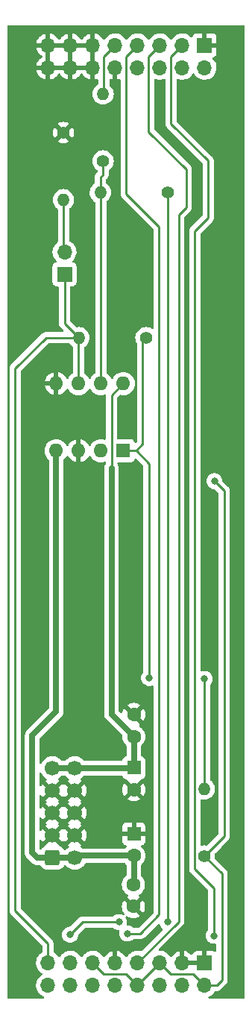
<source format=gtl>
%TF.GenerationSoftware,KiCad,Pcbnew,(6.0.1)*%
%TF.CreationDate,2022-10-13T17:59:12-04:00*%
%TF.ProjectId,SYNTH-MIXER4-01-DB,53594e54-482d-44d4-9958-4552342d3031,1*%
%TF.SameCoordinates,Original*%
%TF.FileFunction,Copper,L1,Top*%
%TF.FilePolarity,Positive*%
%FSLAX46Y46*%
G04 Gerber Fmt 4.6, Leading zero omitted, Abs format (unit mm)*
G04 Created by KiCad (PCBNEW (6.0.1)) date 2022-10-13 17:59:12*
%MOMM*%
%LPD*%
G01*
G04 APERTURE LIST*
G04 Aperture macros list*
%AMRoundRect*
0 Rectangle with rounded corners*
0 $1 Rounding radius*
0 $2 $3 $4 $5 $6 $7 $8 $9 X,Y pos of 4 corners*
0 Add a 4 corners polygon primitive as box body*
4,1,4,$2,$3,$4,$5,$6,$7,$8,$9,$2,$3,0*
0 Add four circle primitives for the rounded corners*
1,1,$1+$1,$2,$3*
1,1,$1+$1,$4,$5*
1,1,$1+$1,$6,$7*
1,1,$1+$1,$8,$9*
0 Add four rect primitives between the rounded corners*
20,1,$1+$1,$2,$3,$4,$5,0*
20,1,$1+$1,$4,$5,$6,$7,0*
20,1,$1+$1,$6,$7,$8,$9,0*
20,1,$1+$1,$8,$9,$2,$3,0*%
G04 Aperture macros list end*
%TA.AperFunction,ComponentPad*%
%ADD10R,1.700000X1.700000*%
%TD*%
%TA.AperFunction,ComponentPad*%
%ADD11O,1.700000X1.700000*%
%TD*%
%TA.AperFunction,ComponentPad*%
%ADD12RoundRect,0.250000X-0.600000X-0.600000X0.600000X-0.600000X0.600000X0.600000X-0.600000X0.600000X0*%
%TD*%
%TA.AperFunction,ComponentPad*%
%ADD13C,1.700000*%
%TD*%
%TA.AperFunction,ComponentPad*%
%ADD14C,1.400000*%
%TD*%
%TA.AperFunction,ComponentPad*%
%ADD15O,1.400000X1.400000*%
%TD*%
%TA.AperFunction,ComponentPad*%
%ADD16R,1.600000X1.600000*%
%TD*%
%TA.AperFunction,ComponentPad*%
%ADD17C,1.600000*%
%TD*%
%TA.AperFunction,ComponentPad*%
%ADD18O,1.600000X1.600000*%
%TD*%
%TA.AperFunction,ViaPad*%
%ADD19C,0.800000*%
%TD*%
%TA.AperFunction,Conductor*%
%ADD20C,0.250000*%
%TD*%
%TA.AperFunction,Conductor*%
%ADD21C,0.254000*%
%TD*%
%TA.AperFunction,Conductor*%
%ADD22C,0.635000*%
%TD*%
G04 APERTURE END LIST*
D10*
%TO.P,J11,1,Pin_1*%
%TO.N,GND*%
X24028400Y-115443000D03*
D11*
%TO.P,J11,2,Pin_2*%
%TO.N,/POTWIPER_1*%
X24028400Y-117983000D03*
%TO.P,J11,3,Pin_3*%
%TO.N,GND*%
X21488400Y-115443000D03*
%TO.P,J11,4,Pin_4*%
%TO.N,/VI_2*%
X21488400Y-117983000D03*
%TO.P,J11,5,Pin_5*%
%TO.N,/POTWIPER_1*%
X18948400Y-115443000D03*
%TO.P,J11,6,Pin_6*%
%TO.N,GND*%
X18948400Y-117983000D03*
%TO.P,J11,7,Pin_7*%
%TO.N,/VI_3*%
X16408400Y-115443000D03*
%TO.P,J11,8,Pin_8*%
%TO.N,/POTWIPER_1*%
X16408400Y-117983000D03*
%TO.P,J11,9,Pin_9*%
%TO.N,GND*%
X13868400Y-115443000D03*
%TO.P,J11,10,Pin_10*%
%TO.N,/VI_4*%
X13868400Y-117983000D03*
%TO.P,J11,11,Pin_11*%
%TO.N,/POTWIPER_1*%
X11328400Y-115443000D03*
%TO.P,J11,12,Pin_12*%
%TO.N,GND*%
X11328400Y-117983000D03*
%TO.P,J11,13,Pin_13*%
%TO.N,/VOL1*%
X8788400Y-115443000D03*
%TO.P,J11,14,Pin_14*%
X8788400Y-117983000D03*
%TO.P,J11,15,Pin_15*%
%TO.N,/VOL2*%
X6248400Y-115443000D03*
%TO.P,J11,16,Pin_16*%
%TO.N,unconnected-(J11-Pad16)*%
X6248400Y-117983000D03*
%TD*%
D10*
%TO.P,J10,1,Pin_1*%
%TO.N,GND*%
X24028400Y-11277600D03*
D11*
%TO.P,J10,2,Pin_2*%
%TO.N,unconnected-(J10-Pad2)*%
X24028400Y-13817600D03*
%TO.P,J10,3,Pin_3*%
%TO.N,/VI_2*%
X21488400Y-11277600D03*
%TO.P,J10,4,Pin_4*%
%TO.N,unconnected-(J10-Pad4)*%
X21488400Y-13817600D03*
%TO.P,J10,5,Pin_5*%
%TO.N,/VI_3*%
X18948400Y-11277600D03*
%TO.P,J10,6,Pin_6*%
%TO.N,unconnected-(J10-Pad6)*%
X18948400Y-13817600D03*
%TO.P,J10,7,Pin_7*%
%TO.N,/VI_4*%
X16408400Y-11277600D03*
%TO.P,J10,8,Pin_8*%
%TO.N,unconnected-(J10-Pad8)*%
X16408400Y-13817600D03*
%TO.P,J10,9,Pin_9*%
%TO.N,/OUT*%
X13868400Y-11277600D03*
%TO.P,J10,10,Pin_10*%
%TO.N,GND*%
X13868400Y-13817600D03*
%TO.P,J10,11,Pin_11*%
X11328400Y-11277600D03*
%TO.P,J10,12,Pin_12*%
X11328400Y-13817600D03*
%TO.P,J10,13,Pin_13*%
X8788400Y-11277600D03*
%TO.P,J10,14,Pin_14*%
X8788400Y-13817600D03*
%TO.P,J10,15,Pin_15*%
X6248400Y-11277600D03*
%TO.P,J10,16,Pin_16*%
X6248400Y-13817600D03*
%TD*%
D12*
%TO.P,J8,1,Pin_1*%
%TO.N,-12V*%
X6747500Y-103500000D03*
D13*
%TO.P,J8,2,Pin_2*%
X9287500Y-103500000D03*
%TO.P,J8,3,Pin_3*%
%TO.N,GND*%
X6747500Y-100960000D03*
%TO.P,J8,4,Pin_4*%
X9287500Y-100960000D03*
%TO.P,J8,5,Pin_5*%
X6747500Y-98420000D03*
%TO.P,J8,6,Pin_6*%
X9287500Y-98420000D03*
%TO.P,J8,7,Pin_7*%
X6747500Y-95880000D03*
%TO.P,J8,8,Pin_8*%
X9287500Y-95880000D03*
%TO.P,J8,9,Pin_9*%
%TO.N,+12V*%
X6747500Y-93340000D03*
%TO.P,J8,10,Pin_10*%
X9287500Y-93340000D03*
%TD*%
D14*
%TO.P,R1,1*%
%TO.N,/VO*%
X12500000Y-24409400D03*
D15*
%TO.P,R1,2*%
%TO.N,/OUT*%
X12500000Y-16789400D03*
%TD*%
D16*
%TO.P,C3,1*%
%TO.N,+12V*%
X16000000Y-93294888D03*
D17*
%TO.P,C3,2*%
%TO.N,GND*%
X16000000Y-95794888D03*
%TD*%
D16*
%TO.P,U1,1*%
%TO.N,Net-(R4-Pad1)*%
X14800000Y-57300000D03*
D18*
%TO.P,U1,2,-*%
%TO.N,/POTWIPER_1*%
X12260000Y-57300000D03*
%TO.P,U1,3,+*%
%TO.N,GND*%
X9720000Y-57300000D03*
%TO.P,U1,4,V-*%
%TO.N,-12V*%
X7180000Y-57300000D03*
%TO.P,U1,5,+*%
%TO.N,GND*%
X7180000Y-49680000D03*
%TO.P,U1,6,-*%
%TO.N,/VOL2*%
X9720000Y-49680000D03*
%TO.P,U1,7*%
%TO.N,/VO*%
X12260000Y-49680000D03*
%TO.P,U1,8,V+*%
%TO.N,+12V*%
X14800000Y-49680000D03*
%TD*%
D14*
%TO.P,R5,1*%
%TO.N,/POTWIPER_1*%
X24000000Y-103310000D03*
D15*
%TO.P,R5,2*%
%TO.N,Net-(R4-Pad1)*%
X24000000Y-95690000D03*
%TD*%
D17*
%TO.P,C1,1*%
%TO.N,+12V*%
X16000000Y-89750000D03*
%TO.P,C1,2*%
%TO.N,GND*%
X16000000Y-87250000D03*
%TD*%
D10*
%TO.P,J1,1,Pin_1*%
%TO.N,/VOL2*%
X8125000Y-37275000D03*
D11*
%TO.P,J1,2,Pin_2*%
%TO.N,Net-(J1-Pad2)*%
X8125000Y-34735000D03*
%TD*%
D17*
%TO.P,C2,1*%
%TO.N,GND*%
X15951200Y-109047600D03*
%TO.P,C2,2*%
%TO.N,-12V*%
X15951200Y-106547600D03*
%TD*%
D14*
%TO.P,R4,1*%
%TO.N,Net-(R4-Pad1)*%
X17373600Y-44475400D03*
D15*
%TO.P,R4,2*%
%TO.N,/VOL2*%
X9753600Y-44475400D03*
%TD*%
D14*
%TO.P,R3,1*%
%TO.N,/VOL1*%
X19810000Y-28000000D03*
D15*
%TO.P,R3,2*%
%TO.N,/VO*%
X12190000Y-28000000D03*
%TD*%
D14*
%TO.P,R2,1*%
%TO.N,GND*%
X7999999Y-21190001D03*
D15*
%TO.P,R2,2*%
%TO.N,Net-(J1-Pad2)*%
X7999999Y-28810001D03*
%TD*%
D16*
%TO.P,C4,1*%
%TO.N,GND*%
X16000000Y-100794888D03*
D17*
%TO.P,C4,2*%
%TO.N,-12V*%
X16000000Y-103294888D03*
%TD*%
D19*
%TO.N,/VI_4*%
X15240000Y-112115600D03*
%TO.N,Net-(R4-Pad1)*%
X17729200Y-83108800D03*
X24028400Y-83210400D03*
%TO.N,/VOL1*%
X19810000Y-110810000D03*
X14310400Y-110810000D03*
X8760000Y-112240000D03*
%TO.N,/POTWIPER_1*%
X25146000Y-60756800D03*
%TO.N,/VI_2*%
X25095200Y-112369600D03*
%TD*%
D20*
%TO.N,/VI_2*%
X22910800Y-32385000D02*
X22910800Y-104775000D01*
X24434800Y-30861000D02*
X22910800Y-32385000D01*
X24434800Y-24384000D02*
X24434800Y-30861000D01*
X20218400Y-20167600D02*
X24434800Y-24384000D01*
X21488400Y-11277600D02*
X20218400Y-12547600D01*
X20218400Y-12547600D02*
X20218400Y-20167600D01*
%TO.N,/VI_3*%
X17678400Y-21107400D02*
X21945600Y-25374600D01*
X17678400Y-12547600D02*
X17678400Y-21107400D01*
X18948400Y-11277600D02*
X17678400Y-12547600D01*
%TO.N,/VI_4*%
X18872200Y-109982000D02*
X16738600Y-112115600D01*
X18872200Y-31877000D02*
X18872200Y-109982000D01*
X16738600Y-112115600D02*
X15240000Y-112115600D01*
X15113000Y-28117800D02*
X18872200Y-31877000D01*
X15113000Y-12573000D02*
X15113000Y-28117800D01*
X16408400Y-11277600D02*
X15113000Y-12573000D01*
%TO.N,/OUT*%
X13868400Y-11277600D02*
X12573000Y-12573000D01*
X12573000Y-12573000D02*
X12573000Y-16716400D01*
D21*
%TO.N,/VI_2*%
X25095200Y-112369600D02*
X25095200Y-106959400D01*
X25095200Y-106959400D02*
X22910800Y-104775000D01*
D20*
%TO.N,/VO*%
X12260000Y-49680000D02*
X12260000Y-28070000D01*
X12500000Y-24409400D02*
X12500000Y-25955600D01*
X12190000Y-28000000D02*
X12190000Y-26265600D01*
X12500000Y-25955600D02*
X12190000Y-26265600D01*
D21*
%TO.N,Net-(J1-Pad2)*%
X8000000Y-28810000D02*
X8000000Y-34610000D01*
D22*
%TO.N,+12V*%
X13462000Y-87211992D02*
X16000001Y-89750011D01*
D21*
X13462000Y-51018000D02*
X13462000Y-59283600D01*
D22*
X13462000Y-87211992D02*
X13462000Y-59283600D01*
X9287500Y-93339996D02*
X15954888Y-93339996D01*
D21*
X14800000Y-49680000D02*
X13462000Y-51018000D01*
D22*
X6747500Y-93339996D02*
X9287500Y-93339996D01*
X16000001Y-93294886D02*
X16000001Y-89750011D01*
%TO.N,-12V*%
X16000001Y-103294891D02*
X16000001Y-106498796D01*
X7180001Y-57300012D02*
X7180001Y-86901599D01*
X9287500Y-103499996D02*
X6747500Y-103499996D01*
X4445000Y-102946200D02*
X4998800Y-103500000D01*
X4445000Y-89636600D02*
X4445000Y-102946200D01*
X7180001Y-86901599D02*
X4445000Y-89636600D01*
X4998799Y-103499996D02*
X6747500Y-103499996D01*
X16000001Y-103294891D02*
X9492612Y-103294891D01*
D21*
%TO.N,Net-(R4-Pad1)*%
X16258400Y-57300000D02*
X14800000Y-57300000D01*
X17729200Y-83108800D02*
X17729200Y-58770800D01*
X17000000Y-56558400D02*
X16258400Y-57300000D01*
X17729200Y-58770800D02*
X16258400Y-57300000D01*
X24000000Y-83238800D02*
X24000000Y-95690000D01*
X24028400Y-83210400D02*
X24000000Y-83238800D01*
X17000000Y-44500000D02*
X17000000Y-56558400D01*
%TO.N,/VOL2*%
X8125000Y-42846800D02*
X9753600Y-44475400D01*
X2500000Y-48000000D02*
X2500000Y-109500000D01*
X9753600Y-44475400D02*
X6024600Y-44475400D01*
X2500000Y-109500000D02*
X6220000Y-113220000D01*
X6220000Y-113220000D02*
X6220000Y-115460000D01*
X6024600Y-44475400D02*
X2500000Y-48000000D01*
X9720000Y-49680000D02*
X9720000Y-44509000D01*
X8125000Y-37275000D02*
X8125000Y-42846800D01*
%TO.N,/VOL1*%
X10190000Y-110810000D02*
X8760000Y-112240000D01*
X14310400Y-110810000D02*
X10190000Y-110810000D01*
X19810000Y-28000000D02*
X19810000Y-110810000D01*
%TO.N,/POTWIPER_1*%
X25433800Y-118000000D02*
X26009600Y-117424200D01*
X24000000Y-118000000D02*
X25433800Y-118000000D01*
X26263600Y-101046400D02*
X26263600Y-61874400D01*
X12573000Y-116733000D02*
X15113000Y-116733000D01*
X20173000Y-116713000D02*
X22713000Y-116713000D01*
X26009600Y-105319600D02*
X24000000Y-103310000D01*
X26009600Y-117424200D02*
X26009600Y-105319600D01*
X11300000Y-115460000D02*
X12573000Y-116733000D01*
X16380000Y-118000000D02*
X18920000Y-115460000D01*
X26263600Y-61874400D02*
X25146000Y-60756800D01*
X24000000Y-103310000D02*
X26263600Y-101046400D01*
X22713000Y-116713000D02*
X24000000Y-118000000D01*
X18920000Y-115460000D02*
X20173000Y-116713000D01*
X15113000Y-116733000D02*
X16380000Y-118000000D01*
%TO.N,/VI_3*%
X21945600Y-25374600D02*
X21945600Y-29667200D01*
X21082000Y-30530800D02*
X21082000Y-110758000D01*
X16380000Y-115460000D02*
X21082000Y-110758000D01*
X21945600Y-29667200D02*
X21082000Y-30530800D01*
%TD*%
%TA.AperFunction,Conductor*%
%TO.N,GND*%
G36*
X28534121Y-9028002D02*
G01*
X28580614Y-9081658D01*
X28592000Y-9134000D01*
X28592000Y-119366000D01*
X28571998Y-119434121D01*
X28518342Y-119480614D01*
X28466000Y-119492000D01*
X24579494Y-119492000D01*
X24511373Y-119471998D01*
X24464880Y-119418342D01*
X24454776Y-119348068D01*
X24484270Y-119283488D01*
X24526503Y-119253642D01*
X24525784Y-119252174D01*
X24721746Y-119156173D01*
X24726394Y-119153896D01*
X24908260Y-119024173D01*
X25066496Y-118866489D01*
X25194772Y-118687973D01*
X25250766Y-118644326D01*
X25297094Y-118635500D01*
X25354780Y-118635500D01*
X25366014Y-118636030D01*
X25373519Y-118637708D01*
X25441812Y-118635562D01*
X25445769Y-118635500D01*
X25473783Y-118635500D01*
X25477708Y-118635004D01*
X25477709Y-118635004D01*
X25477804Y-118634992D01*
X25489649Y-118634059D01*
X25519470Y-118633122D01*
X25526082Y-118632914D01*
X25526083Y-118632914D01*
X25534005Y-118632665D01*
X25553549Y-118626987D01*
X25572912Y-118622977D01*
X25585240Y-118621420D01*
X25585242Y-118621420D01*
X25593099Y-118620427D01*
X25600463Y-118617511D01*
X25600468Y-118617510D01*
X25634356Y-118604093D01*
X25645585Y-118600248D01*
X25671120Y-118592829D01*
X25688193Y-118587869D01*
X25695020Y-118583831D01*
X25695023Y-118583830D01*
X25705706Y-118577512D01*
X25723464Y-118568812D01*
X25735015Y-118564239D01*
X25735021Y-118564235D01*
X25742388Y-118561319D01*
X25778291Y-118535234D01*
X25788210Y-118528719D01*
X25819568Y-118510174D01*
X25819572Y-118510171D01*
X25826398Y-118506134D01*
X25840782Y-118491750D01*
X25855816Y-118478909D01*
X25865873Y-118471602D01*
X25872287Y-118466942D01*
X25900578Y-118432744D01*
X25908567Y-118423965D01*
X26403077Y-117929455D01*
X26411403Y-117921878D01*
X26417903Y-117917753D01*
X26464701Y-117867918D01*
X26467455Y-117865077D01*
X26487238Y-117845294D01*
X26489729Y-117842083D01*
X26497438Y-117833056D01*
X26522389Y-117806486D01*
X26527817Y-117800706D01*
X26537622Y-117782871D01*
X26548476Y-117766347D01*
X26556091Y-117756530D01*
X26556092Y-117756529D01*
X26560949Y-117750267D01*
X26578569Y-117709550D01*
X26583792Y-117698889D01*
X26601349Y-117666953D01*
X26601351Y-117666948D01*
X26605169Y-117660003D01*
X26607139Y-117652329D01*
X26607142Y-117652322D01*
X26610232Y-117640287D01*
X26616636Y-117621582D01*
X26621567Y-117610187D01*
X26624717Y-117602908D01*
X26631660Y-117559073D01*
X26634067Y-117547451D01*
X26635030Y-117543702D01*
X26645100Y-117504482D01*
X26645100Y-117484135D01*
X26646651Y-117464424D01*
X26648595Y-117452150D01*
X26649835Y-117444321D01*
X26645659Y-117400144D01*
X26645100Y-117388286D01*
X26645100Y-105398632D01*
X26645630Y-105387393D01*
X26647309Y-105379881D01*
X26645162Y-105311569D01*
X26645100Y-105307612D01*
X26645100Y-105279617D01*
X26644592Y-105275594D01*
X26643659Y-105263752D01*
X26642514Y-105227320D01*
X26642265Y-105219395D01*
X26636587Y-105199851D01*
X26632577Y-105180488D01*
X26631020Y-105168160D01*
X26631020Y-105168158D01*
X26630027Y-105160301D01*
X26627111Y-105152937D01*
X26627110Y-105152932D01*
X26613693Y-105119044D01*
X26609848Y-105107815D01*
X26605788Y-105093841D01*
X26597469Y-105065207D01*
X26587110Y-105047691D01*
X26578413Y-105029941D01*
X26570919Y-105011012D01*
X26544838Y-104975114D01*
X26538322Y-104965194D01*
X26519773Y-104933829D01*
X26519771Y-104933826D01*
X26515735Y-104927002D01*
X26501347Y-104912614D01*
X26488506Y-104897580D01*
X26481202Y-104887527D01*
X26476542Y-104881113D01*
X26442350Y-104852827D01*
X26433571Y-104844838D01*
X25227866Y-103639133D01*
X25193840Y-103576821D01*
X25192877Y-103528149D01*
X25193260Y-103525975D01*
X25194686Y-103520655D01*
X25213116Y-103310000D01*
X25194686Y-103099345D01*
X25193263Y-103094033D01*
X25192876Y-103091840D01*
X25200745Y-103021281D01*
X25227867Y-102980865D01*
X25920043Y-102288690D01*
X26657083Y-101551650D01*
X26665409Y-101544074D01*
X26671903Y-101539953D01*
X26718686Y-101490134D01*
X26721440Y-101487293D01*
X26741239Y-101467494D01*
X26743663Y-101464369D01*
X26743671Y-101464360D01*
X26743737Y-101464274D01*
X26751445Y-101455249D01*
X26776390Y-101428685D01*
X26781817Y-101422906D01*
X26791623Y-101405069D01*
X26802473Y-101388553D01*
X26814950Y-101372467D01*
X26832576Y-101331734D01*
X26837793Y-101321086D01*
X26855349Y-101289151D01*
X26859169Y-101282203D01*
X26861140Y-101274528D01*
X26861142Y-101274522D01*
X26864231Y-101262489D01*
X26870634Y-101243787D01*
X26878717Y-101225108D01*
X26885660Y-101181273D01*
X26888067Y-101169651D01*
X26899100Y-101126682D01*
X26899100Y-101106335D01*
X26900651Y-101086624D01*
X26902595Y-101074350D01*
X26903835Y-101066521D01*
X26899659Y-101022344D01*
X26899100Y-101010486D01*
X26899100Y-61953420D01*
X26899630Y-61942186D01*
X26901308Y-61934681D01*
X26899162Y-61866388D01*
X26899100Y-61862431D01*
X26899100Y-61834417D01*
X26898592Y-61830396D01*
X26897658Y-61818544D01*
X26896514Y-61782118D01*
X26896514Y-61782117D01*
X26896265Y-61774195D01*
X26890587Y-61754651D01*
X26886577Y-61735288D01*
X26885020Y-61722960D01*
X26885020Y-61722958D01*
X26884027Y-61715101D01*
X26881111Y-61707737D01*
X26881110Y-61707732D01*
X26867693Y-61673844D01*
X26863848Y-61662615D01*
X26853681Y-61627622D01*
X26851469Y-61620007D01*
X26847430Y-61613177D01*
X26841112Y-61602494D01*
X26832412Y-61584736D01*
X26827839Y-61573185D01*
X26827835Y-61573179D01*
X26824919Y-61565812D01*
X26798834Y-61529909D01*
X26792319Y-61519990D01*
X26773774Y-61488632D01*
X26773771Y-61488628D01*
X26769734Y-61481802D01*
X26755350Y-61467418D01*
X26742509Y-61452384D01*
X26735202Y-61442327D01*
X26730542Y-61435913D01*
X26696344Y-61407622D01*
X26687565Y-61399633D01*
X26092790Y-60804858D01*
X26058764Y-60742546D01*
X26056575Y-60728933D01*
X26040232Y-60573435D01*
X26040232Y-60573433D01*
X26039542Y-60566872D01*
X25980527Y-60385244D01*
X25885040Y-60219856D01*
X25757253Y-60077934D01*
X25602752Y-59965682D01*
X25596724Y-59962998D01*
X25596722Y-59962997D01*
X25434319Y-59890691D01*
X25434318Y-59890691D01*
X25428288Y-59888006D01*
X25334888Y-59868153D01*
X25247944Y-59849672D01*
X25247939Y-59849672D01*
X25241487Y-59848300D01*
X25050513Y-59848300D01*
X25044061Y-59849672D01*
X25044056Y-59849672D01*
X24957112Y-59868153D01*
X24863712Y-59888006D01*
X24857682Y-59890691D01*
X24857681Y-59890691D01*
X24695278Y-59962997D01*
X24695276Y-59962998D01*
X24689248Y-59965682D01*
X24534747Y-60077934D01*
X24406960Y-60219856D01*
X24311473Y-60385244D01*
X24252458Y-60566872D01*
X24232496Y-60756800D01*
X24252458Y-60946728D01*
X24311473Y-61128356D01*
X24406960Y-61293744D01*
X24534747Y-61435666D01*
X24578450Y-61467418D01*
X24650809Y-61519990D01*
X24689248Y-61547918D01*
X24695276Y-61550602D01*
X24695278Y-61550603D01*
X24851163Y-61620007D01*
X24863712Y-61625594D01*
X24957112Y-61645447D01*
X25044056Y-61663928D01*
X25044061Y-61663928D01*
X25050513Y-61665300D01*
X25103577Y-61665300D01*
X25171698Y-61685302D01*
X25192673Y-61702205D01*
X25591196Y-62100729D01*
X25625221Y-62163041D01*
X25628100Y-62189824D01*
X25628100Y-100730978D01*
X25608098Y-100799099D01*
X25591195Y-100820073D01*
X24329135Y-102082133D01*
X24266823Y-102116159D01*
X24218160Y-102117124D01*
X24215967Y-102116737D01*
X24210655Y-102115314D01*
X24000000Y-102096884D01*
X23789345Y-102115314D01*
X23784032Y-102116738D01*
X23784030Y-102116738D01*
X23702911Y-102138474D01*
X23631935Y-102136784D01*
X23573139Y-102096990D01*
X23545191Y-102031726D01*
X23544300Y-102016767D01*
X23544300Y-96983233D01*
X23564302Y-96915112D01*
X23617958Y-96868619D01*
X23688232Y-96858515D01*
X23702911Y-96861526D01*
X23784030Y-96883262D01*
X23784032Y-96883262D01*
X23789345Y-96884686D01*
X24000000Y-96903116D01*
X24210655Y-96884686D01*
X24215968Y-96883262D01*
X24215970Y-96883262D01*
X24409600Y-96831379D01*
X24409602Y-96831378D01*
X24414910Y-96829956D01*
X24455701Y-96810935D01*
X24601577Y-96742912D01*
X24601580Y-96742910D01*
X24606558Y-96740589D01*
X24779776Y-96619301D01*
X24929301Y-96469776D01*
X25050589Y-96296558D01*
X25071357Y-96252022D01*
X25137633Y-96109892D01*
X25137634Y-96109891D01*
X25139956Y-96104910D01*
X25160511Y-96028200D01*
X25193262Y-95905970D01*
X25193262Y-95905968D01*
X25194686Y-95900655D01*
X25213116Y-95690000D01*
X25194686Y-95479345D01*
X25181558Y-95430349D01*
X25141379Y-95280400D01*
X25141378Y-95280398D01*
X25139956Y-95275090D01*
X25050589Y-95083442D01*
X24929301Y-94910224D01*
X24779776Y-94760699D01*
X24775268Y-94757542D01*
X24775265Y-94757540D01*
X24689229Y-94697297D01*
X24644901Y-94641840D01*
X24635500Y-94594084D01*
X24635500Y-83942244D01*
X24655502Y-83874123D01*
X24667857Y-83857943D01*
X24767440Y-83747344D01*
X24862927Y-83581956D01*
X24921942Y-83400328D01*
X24932621Y-83298728D01*
X24941214Y-83216965D01*
X24941904Y-83210400D01*
X24921942Y-83020472D01*
X24862927Y-82838844D01*
X24767440Y-82673456D01*
X24639653Y-82531534D01*
X24485152Y-82419282D01*
X24479124Y-82416598D01*
X24479122Y-82416597D01*
X24316719Y-82344291D01*
X24316718Y-82344291D01*
X24310688Y-82341606D01*
X24217287Y-82321753D01*
X24130344Y-82303272D01*
X24130339Y-82303272D01*
X24123887Y-82301900D01*
X23932913Y-82301900D01*
X23926461Y-82303272D01*
X23926456Y-82303272D01*
X23839513Y-82321753D01*
X23746112Y-82341606D01*
X23740085Y-82344289D01*
X23740077Y-82344292D01*
X23721548Y-82352542D01*
X23651181Y-82361976D01*
X23586884Y-82331869D01*
X23549071Y-82271780D01*
X23544300Y-82237435D01*
X23544300Y-32699594D01*
X23564302Y-32631473D01*
X23581205Y-32610499D01*
X24827047Y-31364657D01*
X24835337Y-31357113D01*
X24841818Y-31353000D01*
X24888459Y-31303332D01*
X24891213Y-31300491D01*
X24910934Y-31280770D01*
X24913412Y-31277575D01*
X24921118Y-31268553D01*
X24945958Y-31242101D01*
X24951386Y-31236321D01*
X24961146Y-31218568D01*
X24971999Y-31202045D01*
X24979553Y-31192306D01*
X24984413Y-31186041D01*
X25001976Y-31145457D01*
X25007183Y-31134827D01*
X25028495Y-31096060D01*
X25030466Y-31088383D01*
X25030468Y-31088378D01*
X25033532Y-31076442D01*
X25039938Y-31057730D01*
X25044834Y-31046417D01*
X25047981Y-31039145D01*
X25054897Y-30995481D01*
X25057304Y-30983860D01*
X25066328Y-30948711D01*
X25066328Y-30948710D01*
X25068300Y-30941030D01*
X25068300Y-30920769D01*
X25069851Y-30901058D01*
X25071779Y-30888885D01*
X25073019Y-30881057D01*
X25068859Y-30837046D01*
X25068300Y-30825189D01*
X25068300Y-24462767D01*
X25068827Y-24451584D01*
X25070502Y-24444091D01*
X25069412Y-24409400D01*
X25068362Y-24376014D01*
X25068300Y-24372055D01*
X25068300Y-24344144D01*
X25067795Y-24340144D01*
X25066862Y-24328301D01*
X25065722Y-24292030D01*
X25065473Y-24284111D01*
X25059821Y-24264657D01*
X25055813Y-24245300D01*
X25054268Y-24233070D01*
X25054268Y-24233069D01*
X25053274Y-24225203D01*
X25050355Y-24217830D01*
X25036996Y-24184088D01*
X25033151Y-24172858D01*
X25023029Y-24138017D01*
X25023029Y-24138016D01*
X25020818Y-24130407D01*
X25016785Y-24123588D01*
X25016783Y-24123583D01*
X25010507Y-24112972D01*
X25001812Y-24095224D01*
X24994352Y-24076383D01*
X24968364Y-24040613D01*
X24961848Y-24030693D01*
X24943380Y-23999465D01*
X24943378Y-23999462D01*
X24939342Y-23992638D01*
X24925021Y-23978317D01*
X24912180Y-23963283D01*
X24904931Y-23953306D01*
X24900272Y-23946893D01*
X24866195Y-23918702D01*
X24857416Y-23910712D01*
X20888805Y-19942100D01*
X20854779Y-19879788D01*
X20851900Y-19853005D01*
X20851900Y-15211789D01*
X20871902Y-15143668D01*
X20925558Y-15097175D01*
X20995832Y-15087071D01*
X21022849Y-15094079D01*
X21030957Y-15097175D01*
X21108092Y-15126630D01*
X21113160Y-15127661D01*
X21113163Y-15127662D01*
X21191836Y-15143668D01*
X21326997Y-15171167D01*
X21332172Y-15171357D01*
X21332174Y-15171357D01*
X21545073Y-15179164D01*
X21545077Y-15179164D01*
X21550237Y-15179353D01*
X21555357Y-15178697D01*
X21555359Y-15178697D01*
X21766688Y-15151625D01*
X21766689Y-15151625D01*
X21771816Y-15150968D01*
X21776766Y-15149483D01*
X21980829Y-15088261D01*
X21980834Y-15088259D01*
X21985784Y-15086774D01*
X22186394Y-14988496D01*
X22368260Y-14858773D01*
X22526496Y-14701089D01*
X22656853Y-14519677D01*
X22658176Y-14520628D01*
X22705045Y-14477457D01*
X22774980Y-14465225D01*
X22840426Y-14492744D01*
X22868275Y-14524594D01*
X22928387Y-14622688D01*
X23074650Y-14791538D01*
X23246526Y-14934232D01*
X23439400Y-15046938D01*
X23648092Y-15126630D01*
X23653160Y-15127661D01*
X23653163Y-15127662D01*
X23731836Y-15143668D01*
X23866997Y-15171167D01*
X23872172Y-15171357D01*
X23872174Y-15171357D01*
X24085073Y-15179164D01*
X24085077Y-15179164D01*
X24090237Y-15179353D01*
X24095357Y-15178697D01*
X24095359Y-15178697D01*
X24306688Y-15151625D01*
X24306689Y-15151625D01*
X24311816Y-15150968D01*
X24316766Y-15149483D01*
X24520829Y-15088261D01*
X24520834Y-15088259D01*
X24525784Y-15086774D01*
X24726394Y-14988496D01*
X24908260Y-14858773D01*
X25066496Y-14701089D01*
X25196853Y-14519677D01*
X25217720Y-14477457D01*
X25293536Y-14324053D01*
X25293537Y-14324051D01*
X25295830Y-14319411D01*
X25360770Y-14105669D01*
X25389929Y-13884190D01*
X25391556Y-13817600D01*
X25373252Y-13594961D01*
X25318831Y-13378302D01*
X25229754Y-13173440D01*
X25108414Y-12985877D01*
X25104938Y-12982057D01*
X25104933Y-12982050D01*
X24960835Y-12823688D01*
X24929783Y-12759842D01*
X24938179Y-12689344D01*
X24983356Y-12634576D01*
X25009800Y-12620907D01*
X25116452Y-12580925D01*
X25132049Y-12572386D01*
X25234124Y-12495885D01*
X25246685Y-12483324D01*
X25323186Y-12381249D01*
X25331724Y-12365654D01*
X25376878Y-12245206D01*
X25380505Y-12229951D01*
X25386031Y-12179086D01*
X25386400Y-12172272D01*
X25386400Y-11549715D01*
X25381925Y-11534476D01*
X25380535Y-11533271D01*
X25372852Y-11531600D01*
X23900400Y-11531600D01*
X23832279Y-11511598D01*
X23785786Y-11457942D01*
X23774400Y-11405600D01*
X23774400Y-11005485D01*
X24282400Y-11005485D01*
X24286875Y-11020724D01*
X24288265Y-11021929D01*
X24295948Y-11023600D01*
X25368284Y-11023600D01*
X25383523Y-11019125D01*
X25384728Y-11017735D01*
X25386399Y-11010052D01*
X25386399Y-10382931D01*
X25386029Y-10376110D01*
X25380505Y-10325248D01*
X25376879Y-10309996D01*
X25331724Y-10189546D01*
X25323186Y-10173951D01*
X25246685Y-10071876D01*
X25234124Y-10059315D01*
X25132049Y-9982814D01*
X25116454Y-9974276D01*
X24996006Y-9929122D01*
X24980751Y-9925495D01*
X24929886Y-9919969D01*
X24923072Y-9919600D01*
X24300515Y-9919600D01*
X24285276Y-9924075D01*
X24284071Y-9925465D01*
X24282400Y-9933148D01*
X24282400Y-11005485D01*
X23774400Y-11005485D01*
X23774400Y-9937716D01*
X23769925Y-9922477D01*
X23768535Y-9921272D01*
X23760852Y-9919601D01*
X23133731Y-9919601D01*
X23126910Y-9919971D01*
X23076048Y-9925495D01*
X23060796Y-9929121D01*
X22940346Y-9974276D01*
X22924751Y-9982814D01*
X22822676Y-10059315D01*
X22810115Y-10071876D01*
X22733614Y-10173951D01*
X22725076Y-10189546D01*
X22683697Y-10299922D01*
X22641055Y-10356687D01*
X22574493Y-10381386D01*
X22505144Y-10366178D01*
X22472521Y-10340491D01*
X22421551Y-10284476D01*
X22421545Y-10284470D01*
X22418070Y-10280651D01*
X22414019Y-10277452D01*
X22414015Y-10277448D01*
X22246814Y-10145400D01*
X22246810Y-10145398D01*
X22242759Y-10142198D01*
X22206428Y-10122142D01*
X22115370Y-10071876D01*
X22047189Y-10034238D01*
X22042320Y-10032514D01*
X22042316Y-10032512D01*
X21841487Y-9961395D01*
X21841483Y-9961394D01*
X21836612Y-9959669D01*
X21831519Y-9958762D01*
X21831516Y-9958761D01*
X21621773Y-9921400D01*
X21621767Y-9921399D01*
X21616684Y-9920494D01*
X21542852Y-9919592D01*
X21398481Y-9917828D01*
X21398479Y-9917828D01*
X21393311Y-9917765D01*
X21172491Y-9951555D01*
X20960156Y-10020957D01*
X20762007Y-10124107D01*
X20757874Y-10127210D01*
X20757871Y-10127212D01*
X20674850Y-10189546D01*
X20583365Y-10258235D01*
X20429029Y-10419738D01*
X20321601Y-10577221D01*
X20266693Y-10622221D01*
X20196168Y-10630392D01*
X20132421Y-10599138D01*
X20111724Y-10574654D01*
X20031222Y-10450217D01*
X20031220Y-10450214D01*
X20028414Y-10445877D01*
X19878070Y-10280651D01*
X19874019Y-10277452D01*
X19874015Y-10277448D01*
X19706814Y-10145400D01*
X19706810Y-10145398D01*
X19702759Y-10142198D01*
X19666428Y-10122142D01*
X19575370Y-10071876D01*
X19507189Y-10034238D01*
X19502320Y-10032514D01*
X19502316Y-10032512D01*
X19301487Y-9961395D01*
X19301483Y-9961394D01*
X19296612Y-9959669D01*
X19291519Y-9958762D01*
X19291516Y-9958761D01*
X19081773Y-9921400D01*
X19081767Y-9921399D01*
X19076684Y-9920494D01*
X19002852Y-9919592D01*
X18858481Y-9917828D01*
X18858479Y-9917828D01*
X18853311Y-9917765D01*
X18632491Y-9951555D01*
X18420156Y-10020957D01*
X18222007Y-10124107D01*
X18217874Y-10127210D01*
X18217871Y-10127212D01*
X18134850Y-10189546D01*
X18043365Y-10258235D01*
X17889029Y-10419738D01*
X17781601Y-10577221D01*
X17726693Y-10622221D01*
X17656168Y-10630392D01*
X17592421Y-10599138D01*
X17571724Y-10574654D01*
X17491222Y-10450217D01*
X17491220Y-10450214D01*
X17488414Y-10445877D01*
X17338070Y-10280651D01*
X17334019Y-10277452D01*
X17334015Y-10277448D01*
X17166814Y-10145400D01*
X17166810Y-10145398D01*
X17162759Y-10142198D01*
X17126428Y-10122142D01*
X17035370Y-10071876D01*
X16967189Y-10034238D01*
X16962320Y-10032514D01*
X16962316Y-10032512D01*
X16761487Y-9961395D01*
X16761483Y-9961394D01*
X16756612Y-9959669D01*
X16751519Y-9958762D01*
X16751516Y-9958761D01*
X16541773Y-9921400D01*
X16541767Y-9921399D01*
X16536684Y-9920494D01*
X16462852Y-9919592D01*
X16318481Y-9917828D01*
X16318479Y-9917828D01*
X16313311Y-9917765D01*
X16092491Y-9951555D01*
X15880156Y-10020957D01*
X15682007Y-10124107D01*
X15677874Y-10127210D01*
X15677871Y-10127212D01*
X15594850Y-10189546D01*
X15503365Y-10258235D01*
X15349029Y-10419738D01*
X15241601Y-10577221D01*
X15186693Y-10622221D01*
X15116168Y-10630392D01*
X15052421Y-10599138D01*
X15031724Y-10574654D01*
X14951222Y-10450217D01*
X14951220Y-10450214D01*
X14948414Y-10445877D01*
X14798070Y-10280651D01*
X14794019Y-10277452D01*
X14794015Y-10277448D01*
X14626814Y-10145400D01*
X14626810Y-10145398D01*
X14622759Y-10142198D01*
X14586428Y-10122142D01*
X14495370Y-10071876D01*
X14427189Y-10034238D01*
X14422320Y-10032514D01*
X14422316Y-10032512D01*
X14221487Y-9961395D01*
X14221483Y-9961394D01*
X14216612Y-9959669D01*
X14211519Y-9958762D01*
X14211516Y-9958761D01*
X14001773Y-9921400D01*
X14001767Y-9921399D01*
X13996684Y-9920494D01*
X13922852Y-9919592D01*
X13778481Y-9917828D01*
X13778479Y-9917828D01*
X13773311Y-9917765D01*
X13552491Y-9951555D01*
X13340156Y-10020957D01*
X13142007Y-10124107D01*
X13137874Y-10127210D01*
X13137871Y-10127212D01*
X13054850Y-10189546D01*
X12963365Y-10258235D01*
X12809029Y-10419738D01*
X12806120Y-10424003D01*
X12806114Y-10424011D01*
X12793804Y-10442057D01*
X12701604Y-10577218D01*
X12701298Y-10577666D01*
X12646387Y-10622669D01*
X12575862Y-10630840D01*
X12512115Y-10599586D01*
X12491418Y-10575102D01*
X12410826Y-10450526D01*
X12404536Y-10442357D01*
X12261206Y-10284840D01*
X12253673Y-10277815D01*
X12086539Y-10145822D01*
X12077952Y-10140117D01*
X11891517Y-10037199D01*
X11882105Y-10032969D01*
X11681359Y-9961880D01*
X11671388Y-9959246D01*
X11600237Y-9946572D01*
X11586940Y-9948032D01*
X11582400Y-9962589D01*
X11582400Y-13545485D01*
X11586875Y-13560724D01*
X11588265Y-13561929D01*
X11595948Y-13563600D01*
X11813500Y-13563600D01*
X11881621Y-13583602D01*
X11928114Y-13637258D01*
X11939500Y-13689600D01*
X11939500Y-13945600D01*
X11919498Y-14013721D01*
X11865842Y-14060214D01*
X11813500Y-14071600D01*
X11600515Y-14071600D01*
X11585276Y-14076075D01*
X11584071Y-14077465D01*
X11582400Y-14085148D01*
X11582400Y-15136117D01*
X11586464Y-15149959D01*
X11599878Y-15151993D01*
X11606584Y-15151134D01*
X11616662Y-15148992D01*
X11777292Y-15100800D01*
X11848288Y-15100383D01*
X11908238Y-15138416D01*
X11938110Y-15202822D01*
X11939500Y-15221486D01*
X11939500Y-15640970D01*
X11919498Y-15709091D01*
X11885770Y-15744183D01*
X11720224Y-15860099D01*
X11570699Y-16009624D01*
X11449411Y-16182842D01*
X11360044Y-16374490D01*
X11305314Y-16578745D01*
X11286884Y-16789400D01*
X11305314Y-17000055D01*
X11360044Y-17204310D01*
X11449411Y-17395958D01*
X11570699Y-17569176D01*
X11720224Y-17718701D01*
X11893442Y-17839989D01*
X11898420Y-17842310D01*
X11898423Y-17842312D01*
X12080108Y-17927033D01*
X12085090Y-17929356D01*
X12090398Y-17930778D01*
X12090400Y-17930779D01*
X12284030Y-17982662D01*
X12284032Y-17982662D01*
X12289345Y-17984086D01*
X12500000Y-18002516D01*
X12710655Y-17984086D01*
X12715968Y-17982662D01*
X12715970Y-17982662D01*
X12909600Y-17930779D01*
X12909602Y-17930778D01*
X12914910Y-17929356D01*
X12919892Y-17927033D01*
X13101577Y-17842312D01*
X13101580Y-17842310D01*
X13106558Y-17839989D01*
X13279776Y-17718701D01*
X13429301Y-17569176D01*
X13550589Y-17395958D01*
X13639956Y-17204310D01*
X13694686Y-17000055D01*
X13713116Y-16789400D01*
X13694686Y-16578745D01*
X13639956Y-16374490D01*
X13550589Y-16182842D01*
X13429301Y-16009624D01*
X13279776Y-15860099D01*
X13260228Y-15846411D01*
X13215901Y-15790957D01*
X13206500Y-15743200D01*
X13206500Y-15201554D01*
X13226502Y-15133433D01*
X13280158Y-15086940D01*
X13350432Y-15076836D01*
X13377449Y-15083844D01*
X13483401Y-15124303D01*
X13493299Y-15127179D01*
X13596650Y-15148206D01*
X13610699Y-15147010D01*
X13614400Y-15136665D01*
X13614400Y-14089715D01*
X13609925Y-14074476D01*
X13608535Y-14073271D01*
X13600852Y-14071600D01*
X13332500Y-14071600D01*
X13264379Y-14051598D01*
X13217886Y-13997942D01*
X13206500Y-13945600D01*
X13206500Y-13689600D01*
X13226502Y-13621479D01*
X13280158Y-13574986D01*
X13332500Y-13563600D01*
X13996400Y-13563600D01*
X14064521Y-13583602D01*
X14111014Y-13637258D01*
X14122400Y-13689600D01*
X14122400Y-15136117D01*
X14126464Y-15149959D01*
X14139878Y-15151993D01*
X14146584Y-15151134D01*
X14156662Y-15148992D01*
X14317292Y-15100800D01*
X14388288Y-15100383D01*
X14448238Y-15138416D01*
X14478110Y-15202822D01*
X14479500Y-15221486D01*
X14479500Y-28039033D01*
X14478973Y-28050216D01*
X14477298Y-28057709D01*
X14477547Y-28065635D01*
X14477547Y-28065636D01*
X14479438Y-28125786D01*
X14479500Y-28129745D01*
X14479500Y-28157656D01*
X14479997Y-28161590D01*
X14479997Y-28161591D01*
X14480005Y-28161656D01*
X14480938Y-28173493D01*
X14482327Y-28217689D01*
X14487978Y-28237139D01*
X14491987Y-28256500D01*
X14494526Y-28276597D01*
X14497445Y-28283968D01*
X14497445Y-28283970D01*
X14510804Y-28317712D01*
X14514649Y-28328942D01*
X14526982Y-28371393D01*
X14531015Y-28378212D01*
X14531017Y-28378217D01*
X14537293Y-28388828D01*
X14545988Y-28406576D01*
X14553448Y-28425417D01*
X14558110Y-28431833D01*
X14558110Y-28431834D01*
X14579436Y-28461187D01*
X14585952Y-28471107D01*
X14608458Y-28509162D01*
X14622779Y-28523483D01*
X14635619Y-28538516D01*
X14647528Y-28554907D01*
X14653634Y-28559958D01*
X14681605Y-28583098D01*
X14690384Y-28591088D01*
X18201795Y-32102499D01*
X18235821Y-32164811D01*
X18238700Y-32191594D01*
X18238700Y-43363801D01*
X18218698Y-43431922D01*
X18165042Y-43478415D01*
X18094768Y-43488519D01*
X18040432Y-43467015D01*
X17980158Y-43424811D01*
X17975180Y-43422490D01*
X17975177Y-43422488D01*
X17793492Y-43337767D01*
X17793491Y-43337766D01*
X17788510Y-43335444D01*
X17783202Y-43334022D01*
X17783200Y-43334021D01*
X17589570Y-43282138D01*
X17589568Y-43282138D01*
X17584255Y-43280714D01*
X17373600Y-43262284D01*
X17162945Y-43280714D01*
X17157632Y-43282138D01*
X17157630Y-43282138D01*
X16964000Y-43334021D01*
X16963998Y-43334022D01*
X16958690Y-43335444D01*
X16953709Y-43337766D01*
X16953708Y-43337767D01*
X16772023Y-43422488D01*
X16772020Y-43422490D01*
X16767042Y-43424811D01*
X16593824Y-43546099D01*
X16444299Y-43695624D01*
X16323011Y-43868842D01*
X16320690Y-43873820D01*
X16320688Y-43873823D01*
X16239828Y-44047229D01*
X16233644Y-44060490D01*
X16178914Y-44264745D01*
X16160484Y-44475400D01*
X16178914Y-44686055D01*
X16233644Y-44890310D01*
X16323011Y-45081958D01*
X16341714Y-45108669D01*
X16364500Y-45180937D01*
X16364500Y-49663086D01*
X16361919Y-49671877D01*
X16362030Y-49672088D01*
X16364500Y-49696914D01*
X16364500Y-56242977D01*
X16344498Y-56311098D01*
X16327595Y-56332072D01*
X16285999Y-56373668D01*
X16223687Y-56407694D01*
X16152872Y-56402629D01*
X16096036Y-56360082D01*
X16078922Y-56328803D01*
X16053767Y-56261703D01*
X16050615Y-56253295D01*
X15963261Y-56136739D01*
X15846705Y-56049385D01*
X15710316Y-55998255D01*
X15648134Y-55991500D01*
X14223500Y-55991500D01*
X14155379Y-55971498D01*
X14108886Y-55917842D01*
X14097500Y-55865500D01*
X14097500Y-51333422D01*
X14117502Y-51265301D01*
X14134405Y-51244327D01*
X14388982Y-50989750D01*
X14451294Y-50955724D01*
X14510688Y-50957138D01*
X14566598Y-50972119D01*
X14566600Y-50972119D01*
X14571913Y-50973543D01*
X14800000Y-50993498D01*
X15028087Y-50973543D01*
X15033400Y-50972119D01*
X15033402Y-50972119D01*
X15243933Y-50915707D01*
X15243935Y-50915706D01*
X15249243Y-50914284D01*
X15303493Y-50888987D01*
X15451762Y-50819849D01*
X15451767Y-50819846D01*
X15456749Y-50817523D01*
X15561611Y-50744098D01*
X15639789Y-50689357D01*
X15639792Y-50689355D01*
X15644300Y-50686198D01*
X15806198Y-50524300D01*
X15937523Y-50336749D01*
X15939846Y-50331767D01*
X15939849Y-50331762D01*
X16031961Y-50134225D01*
X16031961Y-50134224D01*
X16034284Y-50129243D01*
X16093543Y-49908087D01*
X16112979Y-49685932D01*
X16114489Y-49682072D01*
X16112979Y-49674068D01*
X16094022Y-49457393D01*
X16093543Y-49451913D01*
X16085028Y-49420135D01*
X16035707Y-49236067D01*
X16035706Y-49236065D01*
X16034284Y-49230757D01*
X15939966Y-49028489D01*
X15939849Y-49028238D01*
X15939846Y-49028233D01*
X15937523Y-49023251D01*
X15806198Y-48835700D01*
X15644300Y-48673802D01*
X15639792Y-48670645D01*
X15639789Y-48670643D01*
X15487228Y-48563819D01*
X15456749Y-48542477D01*
X15451767Y-48540154D01*
X15451762Y-48540151D01*
X15254225Y-48448039D01*
X15254224Y-48448039D01*
X15249243Y-48445716D01*
X15243935Y-48444294D01*
X15243933Y-48444293D01*
X15033402Y-48387881D01*
X15033400Y-48387881D01*
X15028087Y-48386457D01*
X14800000Y-48366502D01*
X14571913Y-48386457D01*
X14566600Y-48387881D01*
X14566598Y-48387881D01*
X14356067Y-48444293D01*
X14356065Y-48444294D01*
X14350757Y-48445716D01*
X14345776Y-48448039D01*
X14345775Y-48448039D01*
X14148238Y-48540151D01*
X14148233Y-48540154D01*
X14143251Y-48542477D01*
X14112772Y-48563819D01*
X13960211Y-48670643D01*
X13960208Y-48670645D01*
X13955700Y-48673802D01*
X13793802Y-48835700D01*
X13662477Y-49023251D01*
X13660154Y-49028233D01*
X13660151Y-49028238D01*
X13644195Y-49062457D01*
X13597278Y-49115742D01*
X13529001Y-49135203D01*
X13461041Y-49114661D01*
X13415805Y-49062457D01*
X13399849Y-49028238D01*
X13399846Y-49028233D01*
X13397523Y-49023251D01*
X13266198Y-48835700D01*
X13104300Y-48673802D01*
X13099792Y-48670645D01*
X13099789Y-48670643D01*
X12947229Y-48563819D01*
X12902901Y-48508362D01*
X12893500Y-48460606D01*
X12893500Y-29048302D01*
X12913502Y-28980181D01*
X12947228Y-28945090D01*
X12965262Y-28932462D01*
X12965264Y-28932460D01*
X12969776Y-28929301D01*
X13119301Y-28779776D01*
X13240589Y-28606558D01*
X13246431Y-28594031D01*
X13327633Y-28419892D01*
X13327634Y-28419891D01*
X13329956Y-28414910D01*
X13335267Y-28395091D01*
X13383262Y-28215970D01*
X13383262Y-28215968D01*
X13384686Y-28210655D01*
X13403116Y-28000000D01*
X13384686Y-27789345D01*
X13377511Y-27762567D01*
X13331379Y-27590400D01*
X13331378Y-27590398D01*
X13329956Y-27585090D01*
X13240589Y-27393442D01*
X13119301Y-27220224D01*
X12969776Y-27070699D01*
X12877230Y-27005898D01*
X12832901Y-26950441D01*
X12823500Y-26902685D01*
X12823500Y-26580194D01*
X12843502Y-26512073D01*
X12860405Y-26491099D01*
X12892247Y-26459257D01*
X12900537Y-26451713D01*
X12907018Y-26447600D01*
X12953659Y-26397932D01*
X12956413Y-26395091D01*
X12976134Y-26375370D01*
X12978612Y-26372175D01*
X12986318Y-26363153D01*
X13011158Y-26336701D01*
X13016586Y-26330921D01*
X13026346Y-26313168D01*
X13037199Y-26296645D01*
X13044753Y-26286906D01*
X13049613Y-26280641D01*
X13067176Y-26240057D01*
X13072383Y-26229427D01*
X13093695Y-26190660D01*
X13095666Y-26182983D01*
X13095668Y-26182978D01*
X13098732Y-26171042D01*
X13105138Y-26152330D01*
X13109287Y-26142744D01*
X13113181Y-26133745D01*
X13114421Y-26125917D01*
X13114423Y-26125910D01*
X13120099Y-26090076D01*
X13122505Y-26078456D01*
X13131528Y-26043311D01*
X13131528Y-26043310D01*
X13133500Y-26035630D01*
X13133500Y-26015376D01*
X13135051Y-25995665D01*
X13135664Y-25991798D01*
X13138220Y-25975657D01*
X13134059Y-25931638D01*
X13133500Y-25919781D01*
X13133500Y-25506715D01*
X13153502Y-25438594D01*
X13187230Y-25403502D01*
X13275264Y-25341860D01*
X13279776Y-25338701D01*
X13429301Y-25189176D01*
X13550589Y-25015958D01*
X13554248Y-25008113D01*
X13637633Y-24829292D01*
X13637634Y-24829291D01*
X13639956Y-24824310D01*
X13694686Y-24620055D01*
X13713116Y-24409400D01*
X13694686Y-24198745D01*
X13676375Y-24130407D01*
X13641379Y-23999800D01*
X13641378Y-23999798D01*
X13639956Y-23994490D01*
X13636476Y-23987027D01*
X13552912Y-23807823D01*
X13552910Y-23807820D01*
X13550589Y-23802842D01*
X13429301Y-23629624D01*
X13279776Y-23480099D01*
X13106558Y-23358811D01*
X13101580Y-23356490D01*
X13101577Y-23356488D01*
X12919892Y-23271767D01*
X12919891Y-23271766D01*
X12914910Y-23269444D01*
X12909602Y-23268022D01*
X12909600Y-23268021D01*
X12715970Y-23216138D01*
X12715968Y-23216138D01*
X12710655Y-23214714D01*
X12500000Y-23196284D01*
X12289345Y-23214714D01*
X12284032Y-23216138D01*
X12284030Y-23216138D01*
X12090400Y-23268021D01*
X12090398Y-23268022D01*
X12085090Y-23269444D01*
X12080109Y-23271766D01*
X12080108Y-23271767D01*
X11898423Y-23356488D01*
X11898420Y-23356490D01*
X11893442Y-23358811D01*
X11720224Y-23480099D01*
X11570699Y-23629624D01*
X11449411Y-23802842D01*
X11447090Y-23807820D01*
X11447088Y-23807823D01*
X11363524Y-23987027D01*
X11360044Y-23994490D01*
X11358622Y-23999798D01*
X11358621Y-23999800D01*
X11323625Y-24130407D01*
X11305314Y-24198745D01*
X11286884Y-24409400D01*
X11305314Y-24620055D01*
X11360044Y-24824310D01*
X11362366Y-24829291D01*
X11362367Y-24829292D01*
X11445753Y-25008113D01*
X11449411Y-25015958D01*
X11570699Y-25189176D01*
X11720224Y-25338701D01*
X11724736Y-25341860D01*
X11812770Y-25403502D01*
X11857099Y-25458959D01*
X11866500Y-25506715D01*
X11866500Y-25641005D01*
X11846498Y-25709126D01*
X11829595Y-25730100D01*
X11797747Y-25761948D01*
X11789461Y-25769488D01*
X11782982Y-25773600D01*
X11777557Y-25779377D01*
X11736357Y-25823251D01*
X11733602Y-25826093D01*
X11713865Y-25845830D01*
X11711385Y-25849027D01*
X11703682Y-25858047D01*
X11673414Y-25890279D01*
X11669595Y-25897225D01*
X11669593Y-25897228D01*
X11663652Y-25908034D01*
X11652801Y-25924553D01*
X11640386Y-25940559D01*
X11637241Y-25947828D01*
X11637238Y-25947832D01*
X11622826Y-25981137D01*
X11617609Y-25991787D01*
X11596305Y-26030540D01*
X11594334Y-26038215D01*
X11594334Y-26038216D01*
X11591267Y-26050162D01*
X11584863Y-26068866D01*
X11576819Y-26087455D01*
X11575580Y-26095278D01*
X11575577Y-26095288D01*
X11569901Y-26131124D01*
X11567495Y-26142744D01*
X11556500Y-26185570D01*
X11556500Y-26205824D01*
X11554949Y-26225534D01*
X11551780Y-26245543D01*
X11552526Y-26253435D01*
X11555941Y-26289561D01*
X11556500Y-26301419D01*
X11556500Y-26902685D01*
X11536498Y-26970806D01*
X11502770Y-27005898D01*
X11410224Y-27070699D01*
X11260699Y-27220224D01*
X11139411Y-27393442D01*
X11050044Y-27585090D01*
X11048622Y-27590398D01*
X11048621Y-27590400D01*
X11002489Y-27762567D01*
X10995314Y-27789345D01*
X10976884Y-28000000D01*
X10995314Y-28210655D01*
X10996738Y-28215968D01*
X10996738Y-28215970D01*
X11044734Y-28395091D01*
X11050044Y-28414910D01*
X11052366Y-28419891D01*
X11052367Y-28419892D01*
X11133570Y-28594031D01*
X11139411Y-28606558D01*
X11260699Y-28779776D01*
X11410224Y-28929301D01*
X11572771Y-29043117D01*
X11617099Y-29098573D01*
X11626500Y-29146329D01*
X11626500Y-48460606D01*
X11606498Y-48528727D01*
X11572771Y-48563819D01*
X11420211Y-48670643D01*
X11420208Y-48670645D01*
X11415700Y-48673802D01*
X11253802Y-48835700D01*
X11122477Y-49023251D01*
X11120154Y-49028233D01*
X11120151Y-49028238D01*
X11104195Y-49062457D01*
X11057278Y-49115742D01*
X10989001Y-49135203D01*
X10921041Y-49114661D01*
X10875805Y-49062457D01*
X10859849Y-49028238D01*
X10859846Y-49028233D01*
X10857523Y-49023251D01*
X10726198Y-48835700D01*
X10564300Y-48673802D01*
X10559792Y-48670645D01*
X10559789Y-48670643D01*
X10409229Y-48565220D01*
X10364901Y-48509763D01*
X10355500Y-48462007D01*
X10355500Y-45594842D01*
X10375502Y-45526721D01*
X10409229Y-45491629D01*
X10420430Y-45483786D01*
X10533376Y-45404701D01*
X10682901Y-45255176D01*
X10804189Y-45081958D01*
X10893556Y-44890310D01*
X10948286Y-44686055D01*
X10966716Y-44475400D01*
X10948286Y-44264745D01*
X10893556Y-44060490D01*
X10887372Y-44047229D01*
X10806512Y-43873823D01*
X10806510Y-43873820D01*
X10804189Y-43868842D01*
X10682901Y-43695624D01*
X10533376Y-43546099D01*
X10360158Y-43424811D01*
X10355180Y-43422490D01*
X10355177Y-43422488D01*
X10173492Y-43337767D01*
X10173491Y-43337766D01*
X10168510Y-43335444D01*
X10163202Y-43334022D01*
X10163200Y-43334021D01*
X9969570Y-43282138D01*
X9969568Y-43282138D01*
X9964255Y-43280714D01*
X9753600Y-43262284D01*
X9542945Y-43280714D01*
X9537625Y-43282140D01*
X9535451Y-43282523D01*
X9464891Y-43274659D01*
X9424467Y-43247534D01*
X8797405Y-42620472D01*
X8763379Y-42558160D01*
X8760500Y-42531377D01*
X8760500Y-38759500D01*
X8780502Y-38691379D01*
X8834158Y-38644886D01*
X8886500Y-38633500D01*
X9023134Y-38633500D01*
X9085316Y-38626745D01*
X9221705Y-38575615D01*
X9338261Y-38488261D01*
X9425615Y-38371705D01*
X9476745Y-38235316D01*
X9483500Y-38173134D01*
X9483500Y-36376866D01*
X9476745Y-36314684D01*
X9425615Y-36178295D01*
X9338261Y-36061739D01*
X9221705Y-35974385D01*
X9209132Y-35969672D01*
X9103203Y-35929960D01*
X9046439Y-35887318D01*
X9021739Y-35820756D01*
X9036947Y-35751408D01*
X9058493Y-35722727D01*
X9159435Y-35622137D01*
X9163096Y-35618489D01*
X9222594Y-35535689D01*
X9290435Y-35441277D01*
X9293453Y-35437077D01*
X9392430Y-35236811D01*
X9457370Y-35023069D01*
X9486529Y-34801590D01*
X9488156Y-34735000D01*
X9469852Y-34512361D01*
X9415431Y-34295702D01*
X9326354Y-34090840D01*
X9205014Y-33903277D01*
X9054670Y-33738051D01*
X9050619Y-33734852D01*
X9050615Y-33734848D01*
X8883414Y-33602800D01*
X8883410Y-33602798D01*
X8879359Y-33599598D01*
X8778928Y-33544157D01*
X8700607Y-33500922D01*
X8650636Y-33450489D01*
X8635500Y-33390613D01*
X8635500Y-29905915D01*
X8655502Y-29837794D01*
X8689230Y-29802702D01*
X8757133Y-29755156D01*
X8779775Y-29739302D01*
X8929300Y-29589777D01*
X9050588Y-29416559D01*
X9056460Y-29403968D01*
X9137632Y-29229893D01*
X9137633Y-29229892D01*
X9139955Y-29224911D01*
X9186665Y-29050589D01*
X9193261Y-29025971D01*
X9193261Y-29025969D01*
X9194685Y-29020656D01*
X9213115Y-28810001D01*
X9194685Y-28599346D01*
X9191344Y-28586877D01*
X9141378Y-28400401D01*
X9141377Y-28400399D01*
X9139955Y-28395091D01*
X9132087Y-28378217D01*
X9052911Y-28208424D01*
X9052909Y-28208421D01*
X9050588Y-28203443D01*
X8929300Y-28030225D01*
X8779775Y-27880700D01*
X8606557Y-27759412D01*
X8601579Y-27757091D01*
X8601576Y-27757089D01*
X8419891Y-27672368D01*
X8419890Y-27672367D01*
X8414909Y-27670045D01*
X8409601Y-27668623D01*
X8409599Y-27668622D01*
X8215969Y-27616739D01*
X8215967Y-27616739D01*
X8210654Y-27615315D01*
X7999999Y-27596885D01*
X7789344Y-27615315D01*
X7784031Y-27616739D01*
X7784029Y-27616739D01*
X7590399Y-27668622D01*
X7590397Y-27668623D01*
X7585089Y-27670045D01*
X7580108Y-27672367D01*
X7580107Y-27672368D01*
X7398422Y-27757089D01*
X7398419Y-27757091D01*
X7393441Y-27759412D01*
X7220223Y-27880700D01*
X7070698Y-28030225D01*
X6949410Y-28203443D01*
X6947089Y-28208421D01*
X6947087Y-28208424D01*
X6867911Y-28378217D01*
X6860043Y-28395091D01*
X6858621Y-28400399D01*
X6858620Y-28400401D01*
X6808654Y-28586877D01*
X6805313Y-28599346D01*
X6786883Y-28810001D01*
X6805313Y-29020656D01*
X6806737Y-29025969D01*
X6806737Y-29025971D01*
X6813334Y-29050589D01*
X6860043Y-29224911D01*
X6862365Y-29229892D01*
X6862366Y-29229893D01*
X6943539Y-29403968D01*
X6949410Y-29416559D01*
X7070698Y-29589777D01*
X7220223Y-29739302D01*
X7310772Y-29802705D01*
X7355099Y-29858159D01*
X7364500Y-29905916D01*
X7364500Y-33544157D01*
X7344498Y-33612278D01*
X7314154Y-33644916D01*
X7219965Y-33715635D01*
X7065629Y-33877138D01*
X6939743Y-34061680D01*
X6845688Y-34264305D01*
X6785989Y-34479570D01*
X6762251Y-34701695D01*
X6762548Y-34706848D01*
X6762548Y-34706851D01*
X6768011Y-34801590D01*
X6775110Y-34924715D01*
X6776247Y-34929761D01*
X6776248Y-34929767D01*
X6796119Y-35017939D01*
X6824222Y-35142639D01*
X6908266Y-35349616D01*
X7024987Y-35540088D01*
X7171250Y-35708938D01*
X7175230Y-35712242D01*
X7179981Y-35716187D01*
X7219616Y-35775090D01*
X7221113Y-35846071D01*
X7183997Y-35906593D01*
X7143724Y-35931112D01*
X7028295Y-35974385D01*
X6911739Y-36061739D01*
X6824385Y-36178295D01*
X6773255Y-36314684D01*
X6766500Y-36376866D01*
X6766500Y-38173134D01*
X6773255Y-38235316D01*
X6824385Y-38371705D01*
X6911739Y-38488261D01*
X7028295Y-38575615D01*
X7164684Y-38626745D01*
X7226866Y-38633500D01*
X7363500Y-38633500D01*
X7431621Y-38653502D01*
X7478114Y-38707158D01*
X7489500Y-38759500D01*
X7489500Y-42767780D01*
X7488970Y-42779014D01*
X7487292Y-42786519D01*
X7487541Y-42794438D01*
X7489438Y-42854812D01*
X7489500Y-42858769D01*
X7489500Y-42886783D01*
X7489996Y-42890708D01*
X7489996Y-42890709D01*
X7490008Y-42890804D01*
X7490941Y-42902649D01*
X7492335Y-42947005D01*
X7494547Y-42954617D01*
X7498013Y-42966548D01*
X7502023Y-42985912D01*
X7504573Y-43006099D01*
X7507489Y-43013463D01*
X7507490Y-43013468D01*
X7520907Y-43047356D01*
X7524752Y-43058585D01*
X7537131Y-43101193D01*
X7541169Y-43108020D01*
X7541170Y-43108023D01*
X7547488Y-43118706D01*
X7556188Y-43136464D01*
X7560761Y-43148015D01*
X7560765Y-43148021D01*
X7563681Y-43155388D01*
X7568339Y-43161799D01*
X7568340Y-43161801D01*
X7589764Y-43191288D01*
X7596281Y-43201210D01*
X7614826Y-43232568D01*
X7614829Y-43232572D01*
X7618866Y-43239398D01*
X7633250Y-43253782D01*
X7646091Y-43268816D01*
X7658058Y-43285287D01*
X7664166Y-43290340D01*
X7692255Y-43313577D01*
X7701035Y-43321567D01*
X8004273Y-43624805D01*
X8038299Y-43687117D01*
X8033234Y-43757932D01*
X7990687Y-43814768D01*
X7924167Y-43839579D01*
X7915178Y-43839900D01*
X6103620Y-43839900D01*
X6092386Y-43839370D01*
X6084881Y-43837692D01*
X6017171Y-43839820D01*
X6016588Y-43839838D01*
X6012631Y-43839900D01*
X5984617Y-43839900D01*
X5980692Y-43840396D01*
X5980691Y-43840396D01*
X5980596Y-43840408D01*
X5968751Y-43841341D01*
X5938930Y-43842278D01*
X5932318Y-43842486D01*
X5932317Y-43842486D01*
X5924395Y-43842735D01*
X5904852Y-43848413D01*
X5885488Y-43852423D01*
X5873160Y-43853980D01*
X5873158Y-43853980D01*
X5865301Y-43854973D01*
X5857937Y-43857889D01*
X5857932Y-43857890D01*
X5824044Y-43871307D01*
X5812815Y-43875152D01*
X5796135Y-43879998D01*
X5770207Y-43887531D01*
X5763380Y-43891569D01*
X5763377Y-43891570D01*
X5752694Y-43897888D01*
X5734936Y-43906588D01*
X5723385Y-43911161D01*
X5723379Y-43911165D01*
X5716012Y-43914081D01*
X5709601Y-43918739D01*
X5709599Y-43918740D01*
X5680112Y-43940164D01*
X5670190Y-43946681D01*
X5638832Y-43965226D01*
X5638828Y-43965229D01*
X5632002Y-43969266D01*
X5617618Y-43983650D01*
X5602584Y-43996491D01*
X5586113Y-44008458D01*
X5581060Y-44014566D01*
X5557823Y-44042655D01*
X5549833Y-44051435D01*
X2106517Y-47494750D01*
X2098191Y-47502326D01*
X2091697Y-47506447D01*
X2086274Y-47512222D01*
X2044915Y-47556265D01*
X2042160Y-47559107D01*
X2022361Y-47578906D01*
X2019937Y-47582031D01*
X2019929Y-47582040D01*
X2019863Y-47582126D01*
X2012155Y-47591151D01*
X1981783Y-47623494D01*
X1977965Y-47630438D01*
X1977964Y-47630440D01*
X1971978Y-47641329D01*
X1961127Y-47657847D01*
X1948650Y-47673933D01*
X1931024Y-47714666D01*
X1925807Y-47725314D01*
X1904431Y-47764197D01*
X1902460Y-47771872D01*
X1902458Y-47771878D01*
X1899369Y-47783911D01*
X1892966Y-47802613D01*
X1884883Y-47821292D01*
X1883644Y-47829117D01*
X1877940Y-47865127D01*
X1875535Y-47876740D01*
X1864500Y-47919718D01*
X1864500Y-47940065D01*
X1862949Y-47959776D01*
X1859765Y-47979879D01*
X1860511Y-47987771D01*
X1863941Y-48024056D01*
X1864500Y-48035914D01*
X1864500Y-109420980D01*
X1863970Y-109432214D01*
X1862292Y-109439719D01*
X1862541Y-109447638D01*
X1864438Y-109508012D01*
X1864500Y-109511969D01*
X1864500Y-109539983D01*
X1864996Y-109543908D01*
X1864996Y-109543909D01*
X1865008Y-109544004D01*
X1865941Y-109555849D01*
X1867335Y-109600205D01*
X1869547Y-109607817D01*
X1873013Y-109619748D01*
X1877023Y-109639112D01*
X1879573Y-109659299D01*
X1882489Y-109666663D01*
X1882490Y-109666668D01*
X1895907Y-109700556D01*
X1899752Y-109711785D01*
X1904598Y-109728465D01*
X1912131Y-109754393D01*
X1916169Y-109761220D01*
X1916170Y-109761223D01*
X1922488Y-109771906D01*
X1931188Y-109789664D01*
X1935761Y-109801215D01*
X1935765Y-109801221D01*
X1938681Y-109808588D01*
X1943339Y-109814999D01*
X1943340Y-109815001D01*
X1964764Y-109844488D01*
X1971281Y-109854410D01*
X1989826Y-109885768D01*
X1989829Y-109885772D01*
X1993866Y-109892598D01*
X2008250Y-109906982D01*
X2021091Y-109922016D01*
X2033058Y-109938487D01*
X2039166Y-109943540D01*
X2067255Y-109966777D01*
X2076035Y-109974767D01*
X5547595Y-113446327D01*
X5581621Y-113508639D01*
X5584500Y-113535422D01*
X5584500Y-114181098D01*
X5564498Y-114249219D01*
X5525864Y-114287499D01*
X5522007Y-114289507D01*
X5517875Y-114292609D01*
X5517874Y-114292610D01*
X5500684Y-114305517D01*
X5343365Y-114423635D01*
X5339793Y-114427373D01*
X5239709Y-114532105D01*
X5189029Y-114585138D01*
X5063143Y-114769680D01*
X4969088Y-114972305D01*
X4909389Y-115187570D01*
X4885651Y-115409695D01*
X4898510Y-115632715D01*
X4899647Y-115637761D01*
X4899648Y-115637767D01*
X4910431Y-115685614D01*
X4947622Y-115850639D01*
X5031666Y-116057616D01*
X5083172Y-116141667D01*
X5145691Y-116243688D01*
X5148387Y-116248088D01*
X5294650Y-116416938D01*
X5466526Y-116559632D01*
X5536995Y-116600811D01*
X5539845Y-116602476D01*
X5588569Y-116654114D01*
X5601640Y-116723897D01*
X5574909Y-116789669D01*
X5534455Y-116823027D01*
X5522007Y-116829507D01*
X5517874Y-116832610D01*
X5517871Y-116832612D01*
X5347500Y-116960530D01*
X5343365Y-116963635D01*
X5339793Y-116967373D01*
X5200862Y-117112756D01*
X5189029Y-117125138D01*
X5186120Y-117129403D01*
X5186114Y-117129411D01*
X5145175Y-117189426D01*
X5063143Y-117309680D01*
X5023896Y-117394231D01*
X4991314Y-117464424D01*
X4969088Y-117512305D01*
X4909389Y-117727570D01*
X4885651Y-117949695D01*
X4898510Y-118172715D01*
X4899647Y-118177761D01*
X4899648Y-118177767D01*
X4920675Y-118271069D01*
X4947622Y-118390639D01*
X5031666Y-118597616D01*
X5083342Y-118681944D01*
X5145691Y-118783688D01*
X5148387Y-118788088D01*
X5294650Y-118956938D01*
X5466526Y-119099632D01*
X5659400Y-119212338D01*
X5664225Y-119214180D01*
X5664226Y-119214181D01*
X5753549Y-119248290D01*
X5810052Y-119291277D01*
X5834345Y-119357989D01*
X5818715Y-119427243D01*
X5768124Y-119477054D01*
X5708600Y-119492000D01*
X1734000Y-119492000D01*
X1665879Y-119471998D01*
X1619386Y-119418342D01*
X1608000Y-119366000D01*
X1608000Y-22204262D01*
X7350293Y-22204262D01*
X7359589Y-22216277D01*
X7389188Y-22237002D01*
X7398676Y-22242480D01*
X7580276Y-22327160D01*
X7590570Y-22330908D01*
X7784121Y-22382770D01*
X7794908Y-22384672D01*
X7994524Y-22402136D01*
X8005474Y-22402136D01*
X8205090Y-22384672D01*
X8215877Y-22382770D01*
X8409428Y-22330908D01*
X8419722Y-22327160D01*
X8601322Y-22242480D01*
X8610810Y-22237002D01*
X8641247Y-22215690D01*
X8649622Y-22205213D01*
X8642553Y-22191765D01*
X8012811Y-21562023D01*
X7998867Y-21554409D01*
X7997034Y-21554540D01*
X7990419Y-21558791D01*
X7356723Y-22192487D01*
X7350293Y-22204262D01*
X1608000Y-22204262D01*
X1608000Y-21195476D01*
X6787864Y-21195476D01*
X6805328Y-21395092D01*
X6807230Y-21405879D01*
X6859092Y-21599430D01*
X6862840Y-21609724D01*
X6947520Y-21791324D01*
X6952998Y-21800812D01*
X6974310Y-21831249D01*
X6984787Y-21839624D01*
X6998235Y-21832555D01*
X7627977Y-21202813D01*
X7634355Y-21191133D01*
X8364407Y-21191133D01*
X8364538Y-21192966D01*
X8368789Y-21199581D01*
X9002485Y-21833277D01*
X9014260Y-21839707D01*
X9026275Y-21830411D01*
X9047000Y-21800812D01*
X9052478Y-21791324D01*
X9137158Y-21609724D01*
X9140906Y-21599430D01*
X9192768Y-21405879D01*
X9194670Y-21395092D01*
X9212134Y-21195476D01*
X9212134Y-21184526D01*
X9194670Y-20984910D01*
X9192768Y-20974123D01*
X9140906Y-20780572D01*
X9137158Y-20770278D01*
X9052478Y-20588678D01*
X9047000Y-20579190D01*
X9025688Y-20548753D01*
X9015211Y-20540378D01*
X9001763Y-20547447D01*
X8372021Y-21177189D01*
X8364407Y-21191133D01*
X7634355Y-21191133D01*
X7635591Y-21188869D01*
X7635460Y-21187036D01*
X7631209Y-21180421D01*
X6997513Y-20546725D01*
X6985738Y-20540295D01*
X6973723Y-20549591D01*
X6952998Y-20579190D01*
X6947520Y-20588678D01*
X6862840Y-20770278D01*
X6859092Y-20780572D01*
X6807230Y-20974123D01*
X6805328Y-20984910D01*
X6787864Y-21184526D01*
X6787864Y-21195476D01*
X1608000Y-21195476D01*
X1608000Y-20174789D01*
X7350376Y-20174789D01*
X7357445Y-20188237D01*
X7987187Y-20817979D01*
X8001131Y-20825593D01*
X8002964Y-20825462D01*
X8009579Y-20821211D01*
X8643275Y-20187515D01*
X8649705Y-20175740D01*
X8640409Y-20163725D01*
X8610810Y-20143000D01*
X8601322Y-20137522D01*
X8419722Y-20052842D01*
X8409428Y-20049094D01*
X8215877Y-19997232D01*
X8205090Y-19995330D01*
X8005474Y-19977866D01*
X7994524Y-19977866D01*
X7794908Y-19995330D01*
X7784121Y-19997232D01*
X7590570Y-20049094D01*
X7580276Y-20052842D01*
X7398676Y-20137522D01*
X7389188Y-20143000D01*
X7358751Y-20164312D01*
X7350376Y-20174789D01*
X1608000Y-20174789D01*
X1608000Y-14085566D01*
X4916657Y-14085566D01*
X4946965Y-14220046D01*
X4950045Y-14229875D01*
X5030170Y-14427203D01*
X5034813Y-14436394D01*
X5146094Y-14617988D01*
X5152177Y-14626299D01*
X5291613Y-14787267D01*
X5298980Y-14794483D01*
X5462834Y-14930516D01*
X5471281Y-14936431D01*
X5655156Y-15043879D01*
X5664442Y-15048329D01*
X5863401Y-15124303D01*
X5873299Y-15127179D01*
X5976650Y-15148206D01*
X5990699Y-15147010D01*
X5994400Y-15136665D01*
X5994400Y-15136117D01*
X6502400Y-15136117D01*
X6506464Y-15149959D01*
X6519878Y-15151993D01*
X6526584Y-15151134D01*
X6536662Y-15148992D01*
X6740655Y-15087791D01*
X6750242Y-15084033D01*
X6941495Y-14990339D01*
X6950345Y-14985064D01*
X7123728Y-14861392D01*
X7131600Y-14854739D01*
X7282452Y-14704412D01*
X7289130Y-14696565D01*
X7416422Y-14519419D01*
X7417547Y-14520227D01*
X7465069Y-14476476D01*
X7535007Y-14464261D01*
X7600446Y-14491797D01*
X7628270Y-14523628D01*
X7686090Y-14617983D01*
X7692177Y-14626299D01*
X7831613Y-14787267D01*
X7838980Y-14794483D01*
X8002834Y-14930516D01*
X8011281Y-14936431D01*
X8195156Y-15043879D01*
X8204442Y-15048329D01*
X8403401Y-15124303D01*
X8413299Y-15127179D01*
X8516650Y-15148206D01*
X8530699Y-15147010D01*
X8534400Y-15136665D01*
X8534400Y-15136117D01*
X9042400Y-15136117D01*
X9046464Y-15149959D01*
X9059878Y-15151993D01*
X9066584Y-15151134D01*
X9076662Y-15148992D01*
X9280655Y-15087791D01*
X9290242Y-15084033D01*
X9481495Y-14990339D01*
X9490345Y-14985064D01*
X9663728Y-14861392D01*
X9671600Y-14854739D01*
X9822452Y-14704412D01*
X9829130Y-14696565D01*
X9956422Y-14519419D01*
X9957547Y-14520227D01*
X10005069Y-14476476D01*
X10075007Y-14464261D01*
X10140446Y-14491797D01*
X10168270Y-14523628D01*
X10226090Y-14617983D01*
X10232177Y-14626299D01*
X10371613Y-14787267D01*
X10378980Y-14794483D01*
X10542834Y-14930516D01*
X10551281Y-14936431D01*
X10735156Y-15043879D01*
X10744442Y-15048329D01*
X10943401Y-15124303D01*
X10953299Y-15127179D01*
X11056650Y-15148206D01*
X11070699Y-15147010D01*
X11074400Y-15136665D01*
X11074400Y-14089715D01*
X11069925Y-14074476D01*
X11068535Y-14073271D01*
X11060852Y-14071600D01*
X9060515Y-14071600D01*
X9045276Y-14076075D01*
X9044071Y-14077465D01*
X9042400Y-14085148D01*
X9042400Y-15136117D01*
X8534400Y-15136117D01*
X8534400Y-14089715D01*
X8529925Y-14074476D01*
X8528535Y-14073271D01*
X8520852Y-14071600D01*
X6520515Y-14071600D01*
X6505276Y-14076075D01*
X6504071Y-14077465D01*
X6502400Y-14085148D01*
X6502400Y-15136117D01*
X5994400Y-15136117D01*
X5994400Y-14089715D01*
X5989925Y-14074476D01*
X5988535Y-14073271D01*
X5980852Y-14071600D01*
X4931625Y-14071600D01*
X4918094Y-14075573D01*
X4916657Y-14085566D01*
X1608000Y-14085566D01*
X1608000Y-13551783D01*
X4912789Y-13551783D01*
X4914312Y-13560207D01*
X4926692Y-13563600D01*
X5976285Y-13563600D01*
X5991524Y-13559125D01*
X5992729Y-13557735D01*
X5994400Y-13550052D01*
X5994400Y-13545485D01*
X6502400Y-13545485D01*
X6506875Y-13560724D01*
X6508265Y-13561929D01*
X6515948Y-13563600D01*
X8516285Y-13563600D01*
X8531524Y-13559125D01*
X8532729Y-13557735D01*
X8534400Y-13550052D01*
X8534400Y-13545485D01*
X9042400Y-13545485D01*
X9046875Y-13560724D01*
X9048265Y-13561929D01*
X9055948Y-13563600D01*
X11056285Y-13563600D01*
X11071524Y-13559125D01*
X11072729Y-13557735D01*
X11074400Y-13550052D01*
X11074400Y-11549715D01*
X11069925Y-11534476D01*
X11068535Y-11533271D01*
X11060852Y-11531600D01*
X9060515Y-11531600D01*
X9045276Y-11536075D01*
X9044071Y-11537465D01*
X9042400Y-11545148D01*
X9042400Y-13545485D01*
X8534400Y-13545485D01*
X8534400Y-11549715D01*
X8529925Y-11534476D01*
X8528535Y-11533271D01*
X8520852Y-11531600D01*
X6520515Y-11531600D01*
X6505276Y-11536075D01*
X6504071Y-11537465D01*
X6502400Y-11545148D01*
X6502400Y-13545485D01*
X5994400Y-13545485D01*
X5994400Y-11549715D01*
X5989925Y-11534476D01*
X5988535Y-11533271D01*
X5980852Y-11531600D01*
X4931625Y-11531600D01*
X4918094Y-11535573D01*
X4916657Y-11545566D01*
X4946965Y-11680046D01*
X4950045Y-11689875D01*
X5030170Y-11887203D01*
X5034813Y-11896394D01*
X5146094Y-12077988D01*
X5152177Y-12086299D01*
X5291613Y-12247267D01*
X5298980Y-12254483D01*
X5462834Y-12390516D01*
X5471281Y-12396431D01*
X5540879Y-12437101D01*
X5589603Y-12488740D01*
X5602674Y-12558523D01*
X5575943Y-12624294D01*
X5535487Y-12657653D01*
X5526862Y-12662142D01*
X5518138Y-12667636D01*
X5347833Y-12795505D01*
X5340126Y-12802348D01*
X5192990Y-12956317D01*
X5186504Y-12964327D01*
X5066498Y-13140249D01*
X5061400Y-13149223D01*
X4971738Y-13342383D01*
X4968175Y-13352070D01*
X4912789Y-13551783D01*
X1608000Y-13551783D01*
X1608000Y-11011783D01*
X4912789Y-11011783D01*
X4914312Y-11020207D01*
X4926692Y-11023600D01*
X5976285Y-11023600D01*
X5991524Y-11019125D01*
X5992729Y-11017735D01*
X5994400Y-11010052D01*
X5994400Y-11005485D01*
X6502400Y-11005485D01*
X6506875Y-11020724D01*
X6508265Y-11021929D01*
X6515948Y-11023600D01*
X8516285Y-11023600D01*
X8531524Y-11019125D01*
X8532729Y-11017735D01*
X8534400Y-11010052D01*
X8534400Y-11005485D01*
X9042400Y-11005485D01*
X9046875Y-11020724D01*
X9048265Y-11021929D01*
X9055948Y-11023600D01*
X11056285Y-11023600D01*
X11071524Y-11019125D01*
X11072729Y-11017735D01*
X11074400Y-11010052D01*
X11074400Y-9960702D01*
X11070482Y-9947358D01*
X11056206Y-9945371D01*
X11017724Y-9951260D01*
X11007688Y-9953651D01*
X10805268Y-10019812D01*
X10795759Y-10023809D01*
X10606863Y-10122142D01*
X10598138Y-10127636D01*
X10427833Y-10255505D01*
X10420126Y-10262348D01*
X10272990Y-10416317D01*
X10266504Y-10424327D01*
X10161593Y-10578121D01*
X10106682Y-10623124D01*
X10036157Y-10631295D01*
X9972410Y-10600041D01*
X9951713Y-10575557D01*
X9870827Y-10450526D01*
X9864536Y-10442357D01*
X9721206Y-10284840D01*
X9713673Y-10277815D01*
X9546539Y-10145822D01*
X9537952Y-10140117D01*
X9351517Y-10037199D01*
X9342105Y-10032969D01*
X9141359Y-9961880D01*
X9131388Y-9959246D01*
X9060237Y-9946572D01*
X9046940Y-9948032D01*
X9042400Y-9962589D01*
X9042400Y-11005485D01*
X8534400Y-11005485D01*
X8534400Y-9960702D01*
X8530482Y-9947358D01*
X8516206Y-9945371D01*
X8477724Y-9951260D01*
X8467688Y-9953651D01*
X8265268Y-10019812D01*
X8255759Y-10023809D01*
X8066863Y-10122142D01*
X8058138Y-10127636D01*
X7887833Y-10255505D01*
X7880126Y-10262348D01*
X7732990Y-10416317D01*
X7726504Y-10424327D01*
X7621593Y-10578121D01*
X7566682Y-10623124D01*
X7496157Y-10631295D01*
X7432410Y-10600041D01*
X7411713Y-10575557D01*
X7330827Y-10450526D01*
X7324536Y-10442357D01*
X7181206Y-10284840D01*
X7173673Y-10277815D01*
X7006539Y-10145822D01*
X6997952Y-10140117D01*
X6811517Y-10037199D01*
X6802105Y-10032969D01*
X6601359Y-9961880D01*
X6591388Y-9959246D01*
X6520237Y-9946572D01*
X6506940Y-9948032D01*
X6502400Y-9962589D01*
X6502400Y-11005485D01*
X5994400Y-11005485D01*
X5994400Y-9960702D01*
X5990482Y-9947358D01*
X5976206Y-9945371D01*
X5937724Y-9951260D01*
X5927688Y-9953651D01*
X5725268Y-10019812D01*
X5715759Y-10023809D01*
X5526863Y-10122142D01*
X5518138Y-10127636D01*
X5347833Y-10255505D01*
X5340126Y-10262348D01*
X5192990Y-10416317D01*
X5186504Y-10424327D01*
X5066498Y-10600249D01*
X5061400Y-10609223D01*
X4971738Y-10802383D01*
X4968175Y-10812070D01*
X4912789Y-11011783D01*
X1608000Y-11011783D01*
X1608000Y-9134000D01*
X1628002Y-9065879D01*
X1681658Y-9019386D01*
X1734000Y-9008000D01*
X28466000Y-9008000D01*
X28534121Y-9028002D01*
G37*
%TD.AperFunction*%
%TA.AperFunction,Conductor*%
G36*
X18482849Y-15094079D02*
G01*
X18490957Y-15097175D01*
X18568092Y-15126630D01*
X18573160Y-15127661D01*
X18573163Y-15127662D01*
X18651836Y-15143668D01*
X18786997Y-15171167D01*
X18792172Y-15171357D01*
X18792174Y-15171357D01*
X19005073Y-15179164D01*
X19005077Y-15179164D01*
X19010237Y-15179353D01*
X19015357Y-15178697D01*
X19015359Y-15178697D01*
X19226688Y-15151625D01*
X19226689Y-15151625D01*
X19231816Y-15150968D01*
X19238403Y-15148992D01*
X19422692Y-15093702D01*
X19493688Y-15093285D01*
X19553638Y-15131318D01*
X19583510Y-15195724D01*
X19584900Y-15214388D01*
X19584900Y-20088833D01*
X19584373Y-20100016D01*
X19582698Y-20107509D01*
X19582947Y-20115435D01*
X19582947Y-20115436D01*
X19584838Y-20175586D01*
X19584900Y-20179545D01*
X19584900Y-20207456D01*
X19585397Y-20211390D01*
X19585397Y-20211391D01*
X19585405Y-20211456D01*
X19586338Y-20223293D01*
X19587727Y-20267489D01*
X19593378Y-20286939D01*
X19597387Y-20306300D01*
X19599926Y-20326397D01*
X19602845Y-20333768D01*
X19602845Y-20333770D01*
X19616204Y-20367512D01*
X19620049Y-20378742D01*
X19632382Y-20421193D01*
X19636415Y-20428012D01*
X19636417Y-20428017D01*
X19642693Y-20438628D01*
X19651388Y-20456376D01*
X19658848Y-20475217D01*
X19663510Y-20481633D01*
X19663510Y-20481634D01*
X19684836Y-20510987D01*
X19691352Y-20520907D01*
X19708316Y-20549591D01*
X19713858Y-20558962D01*
X19728179Y-20573283D01*
X19741019Y-20588316D01*
X19752928Y-20604707D01*
X19759034Y-20609758D01*
X19787005Y-20632898D01*
X19795784Y-20640888D01*
X23764395Y-24609500D01*
X23798421Y-24671812D01*
X23801300Y-24698595D01*
X23801300Y-30546405D01*
X23781298Y-30614526D01*
X23764395Y-30635500D01*
X22518547Y-31881348D01*
X22510261Y-31888888D01*
X22503782Y-31893000D01*
X22498357Y-31898777D01*
X22457157Y-31942651D01*
X22454402Y-31945493D01*
X22434665Y-31965230D01*
X22432185Y-31968427D01*
X22424482Y-31977447D01*
X22394214Y-32009679D01*
X22390395Y-32016625D01*
X22390393Y-32016628D01*
X22384452Y-32027434D01*
X22373601Y-32043953D01*
X22361186Y-32059959D01*
X22358041Y-32067228D01*
X22358038Y-32067232D01*
X22343626Y-32100537D01*
X22338409Y-32111187D01*
X22317105Y-32149940D01*
X22315134Y-32157615D01*
X22315134Y-32157616D01*
X22312067Y-32169562D01*
X22305663Y-32188266D01*
X22297619Y-32206855D01*
X22296380Y-32214678D01*
X22296377Y-32214688D01*
X22290701Y-32250524D01*
X22288295Y-32262144D01*
X22277300Y-32304970D01*
X22277300Y-32325224D01*
X22275749Y-32344934D01*
X22272580Y-32364943D01*
X22273326Y-32372835D01*
X22276741Y-32408961D01*
X22277300Y-32420819D01*
X22277300Y-104681982D01*
X22275413Y-104699076D01*
X22275567Y-104699091D01*
X22274821Y-104706984D01*
X22273092Y-104714719D01*
X22278135Y-104875205D01*
X22287382Y-104907036D01*
X22291146Y-104925209D01*
X22291333Y-104925936D01*
X22292326Y-104933797D01*
X22295243Y-104941163D01*
X22295244Y-104941169D01*
X22300776Y-104955142D01*
X22304621Y-104966370D01*
X22322931Y-105029393D01*
X22339804Y-105057923D01*
X22347968Y-105074588D01*
X22348330Y-105075246D01*
X22351248Y-105082617D01*
X22355903Y-105089024D01*
X22355905Y-105089028D01*
X22364743Y-105101192D01*
X22371259Y-105111112D01*
X22400629Y-105160773D01*
X22400631Y-105160776D01*
X22404666Y-105167598D01*
X22428093Y-105191025D01*
X22440155Y-105205147D01*
X22440669Y-105205694D01*
X22445328Y-105212107D01*
X22451436Y-105217160D01*
X22463026Y-105226748D01*
X22471806Y-105234738D01*
X24422795Y-107185728D01*
X24456821Y-107248040D01*
X24459700Y-107274823D01*
X24459700Y-111669297D01*
X24439698Y-111737418D01*
X24427336Y-111753607D01*
X24392625Y-111792158D01*
X24356160Y-111832656D01*
X24260673Y-111998044D01*
X24201658Y-112179672D01*
X24181696Y-112369600D01*
X24182386Y-112376165D01*
X24199861Y-112542427D01*
X24201658Y-112559528D01*
X24260673Y-112741156D01*
X24263976Y-112746878D01*
X24263977Y-112746879D01*
X24265259Y-112749100D01*
X24356160Y-112906544D01*
X24360578Y-112911451D01*
X24360579Y-112911452D01*
X24423839Y-112981709D01*
X24483947Y-113048466D01*
X24638448Y-113160718D01*
X24644476Y-113163402D01*
X24644478Y-113163403D01*
X24753634Y-113212002D01*
X24812912Y-113238394D01*
X24906313Y-113258247D01*
X24993256Y-113276728D01*
X24993261Y-113276728D01*
X24999713Y-113278100D01*
X25190687Y-113278100D01*
X25201129Y-113275880D01*
X25221904Y-113271465D01*
X25292695Y-113276867D01*
X25349327Y-113319685D01*
X25373820Y-113386322D01*
X25374100Y-113394712D01*
X25374100Y-114077731D01*
X25354098Y-114145852D01*
X25300442Y-114192345D01*
X25230168Y-114202449D01*
X25172535Y-114178557D01*
X25132048Y-114148214D01*
X25116454Y-114139676D01*
X24996006Y-114094522D01*
X24980751Y-114090895D01*
X24929886Y-114085369D01*
X24923072Y-114085000D01*
X24300515Y-114085000D01*
X24285276Y-114089475D01*
X24284071Y-114090865D01*
X24282400Y-114098548D01*
X24282400Y-115571000D01*
X24262398Y-115639121D01*
X24208742Y-115685614D01*
X24156400Y-115697000D01*
X21360400Y-115697000D01*
X21292279Y-115676998D01*
X21245786Y-115623342D01*
X21234400Y-115571000D01*
X21234400Y-115170885D01*
X21742400Y-115170885D01*
X21746875Y-115186124D01*
X21748265Y-115187329D01*
X21755948Y-115189000D01*
X23756285Y-115189000D01*
X23771524Y-115184525D01*
X23772729Y-115183135D01*
X23774400Y-115175452D01*
X23774400Y-114103116D01*
X23769925Y-114087877D01*
X23768535Y-114086672D01*
X23760852Y-114085001D01*
X23133731Y-114085001D01*
X23126910Y-114085371D01*
X23076048Y-114090895D01*
X23060796Y-114094521D01*
X22940346Y-114139676D01*
X22924751Y-114148214D01*
X22822676Y-114224715D01*
X22810115Y-114237276D01*
X22733614Y-114339351D01*
X22725076Y-114354946D01*
X22683500Y-114465849D01*
X22640858Y-114522613D01*
X22574297Y-114547313D01*
X22504948Y-114532105D01*
X22472325Y-114506419D01*
X22421206Y-114450240D01*
X22413673Y-114443215D01*
X22246539Y-114311222D01*
X22237952Y-114305517D01*
X22051517Y-114202599D01*
X22042105Y-114198369D01*
X21841359Y-114127280D01*
X21831388Y-114124646D01*
X21760237Y-114111972D01*
X21746940Y-114113432D01*
X21742400Y-114127989D01*
X21742400Y-115170885D01*
X21234400Y-115170885D01*
X21234400Y-114126102D01*
X21230482Y-114112758D01*
X21216206Y-114110771D01*
X21177724Y-114116660D01*
X21167688Y-114119051D01*
X20965268Y-114185212D01*
X20955759Y-114189209D01*
X20766863Y-114287542D01*
X20758138Y-114293036D01*
X20587833Y-114420905D01*
X20580126Y-114427748D01*
X20432990Y-114581717D01*
X20426509Y-114589722D01*
X20321898Y-114743074D01*
X20266987Y-114788076D01*
X20196462Y-114796247D01*
X20132715Y-114764993D01*
X20112018Y-114740509D01*
X20031222Y-114615617D01*
X20031220Y-114615614D01*
X20028414Y-114611277D01*
X19878070Y-114446051D01*
X19874019Y-114442852D01*
X19874015Y-114442848D01*
X19706814Y-114310800D01*
X19706810Y-114310798D01*
X19702759Y-114307598D01*
X19666745Y-114287717D01*
X19575370Y-114237276D01*
X19507189Y-114199638D01*
X19502320Y-114197914D01*
X19502316Y-114197912D01*
X19301487Y-114126795D01*
X19301483Y-114126794D01*
X19296612Y-114125069D01*
X19291519Y-114124162D01*
X19291516Y-114124161D01*
X19081773Y-114086800D01*
X19081767Y-114086799D01*
X19076684Y-114085894D01*
X19016234Y-114085155D01*
X18956943Y-114084431D01*
X18889071Y-114063598D01*
X18843237Y-114009378D01*
X18833993Y-113938986D01*
X18864273Y-113874770D01*
X18869387Y-113869345D01*
X21475477Y-111263255D01*
X21483803Y-111255678D01*
X21490303Y-111251553D01*
X21537101Y-111201718D01*
X21539855Y-111198877D01*
X21559638Y-111179094D01*
X21562129Y-111175883D01*
X21569838Y-111166856D01*
X21594789Y-111140286D01*
X21600217Y-111134506D01*
X21610022Y-111116671D01*
X21620876Y-111100147D01*
X21628491Y-111090330D01*
X21628492Y-111090329D01*
X21633349Y-111084067D01*
X21650969Y-111043350D01*
X21656192Y-111032689D01*
X21673749Y-111000753D01*
X21673751Y-111000748D01*
X21677569Y-110993803D01*
X21679539Y-110986129D01*
X21679542Y-110986122D01*
X21682632Y-110974087D01*
X21689036Y-110955382D01*
X21693967Y-110943987D01*
X21697117Y-110936708D01*
X21704060Y-110892873D01*
X21706467Y-110881251D01*
X21717500Y-110838282D01*
X21717500Y-110817935D01*
X21719051Y-110798224D01*
X21720995Y-110785950D01*
X21722235Y-110778121D01*
X21718059Y-110733944D01*
X21717500Y-110722086D01*
X21717500Y-30846223D01*
X21737502Y-30778102D01*
X21754405Y-30757127D01*
X22339088Y-30172445D01*
X22347407Y-30164875D01*
X22353903Y-30160753D01*
X22359969Y-30154294D01*
X22400685Y-30110935D01*
X22403440Y-30108093D01*
X22423239Y-30088294D01*
X22425663Y-30085169D01*
X22425671Y-30085160D01*
X22425737Y-30085074D01*
X22433445Y-30076049D01*
X22458390Y-30049485D01*
X22463817Y-30043706D01*
X22473623Y-30025869D01*
X22484473Y-30009353D01*
X22496950Y-29993267D01*
X22514576Y-29952534D01*
X22519793Y-29941886D01*
X22537349Y-29909951D01*
X22541169Y-29903003D01*
X22543140Y-29895328D01*
X22543142Y-29895322D01*
X22546231Y-29883289D01*
X22552634Y-29864587D01*
X22560717Y-29845908D01*
X22567660Y-29802073D01*
X22570067Y-29790451D01*
X22581100Y-29747482D01*
X22581100Y-29727135D01*
X22582651Y-29707424D01*
X22584595Y-29695150D01*
X22585835Y-29687321D01*
X22581659Y-29643144D01*
X22581100Y-29631286D01*
X22581100Y-25435595D01*
X22583341Y-25435595D01*
X22583178Y-25434632D01*
X22581302Y-25434691D01*
X22581162Y-25430237D01*
X22581100Y-25426278D01*
X22581100Y-25334617D01*
X22577925Y-25309488D01*
X22576995Y-25297666D01*
X22576522Y-25282636D01*
X22576273Y-25274710D01*
X22574061Y-25267097D01*
X22573939Y-25266326D01*
X22570180Y-25248178D01*
X22567020Y-25223159D01*
X22567019Y-25223156D01*
X22566027Y-25215301D01*
X22563111Y-25207936D01*
X22563110Y-25207932D01*
X22541868Y-25154280D01*
X22538024Y-25143053D01*
X22533831Y-25128621D01*
X22533828Y-25128615D01*
X22531618Y-25121007D01*
X22527585Y-25114188D01*
X22527278Y-25113478D01*
X22519118Y-25096823D01*
X22509838Y-25073383D01*
X22509836Y-25073379D01*
X22506919Y-25066012D01*
X22468344Y-25012918D01*
X22461830Y-25003001D01*
X22454178Y-24990061D01*
X22454174Y-24990056D01*
X22450142Y-24983238D01*
X22444539Y-24977635D01*
X22444065Y-24977024D01*
X22432022Y-24962925D01*
X22417202Y-24942527D01*
X22412542Y-24936113D01*
X22361972Y-24894278D01*
X22353193Y-24886289D01*
X18348805Y-20881900D01*
X18314779Y-20819588D01*
X18311900Y-20792805D01*
X18311900Y-15211789D01*
X18331902Y-15143668D01*
X18385558Y-15097175D01*
X18455832Y-15087071D01*
X18482849Y-15094079D01*
G37*
%TD.AperFunction*%
%TA.AperFunction,Conductor*%
G36*
X8725805Y-45130902D02*
G01*
X8760897Y-45164629D01*
X8821140Y-45250665D01*
X8824299Y-45255176D01*
X8973824Y-45404701D01*
X8978330Y-45407856D01*
X8978335Y-45407860D01*
X9030771Y-45444576D01*
X9075099Y-45500033D01*
X9084500Y-45547789D01*
X9084500Y-48462007D01*
X9064498Y-48530128D01*
X9030771Y-48565220D01*
X8880211Y-48670643D01*
X8880208Y-48670645D01*
X8875700Y-48673802D01*
X8713802Y-48835700D01*
X8582477Y-49023251D01*
X8580154Y-49028233D01*
X8580151Y-49028238D01*
X8563919Y-49063049D01*
X8517002Y-49116334D01*
X8448725Y-49135795D01*
X8380765Y-49115253D01*
X8335529Y-49063049D01*
X8319414Y-49028489D01*
X8313931Y-49018993D01*
X8188972Y-48840533D01*
X8181916Y-48832125D01*
X8027875Y-48678084D01*
X8019467Y-48671028D01*
X7841007Y-48546069D01*
X7831511Y-48540586D01*
X7634053Y-48448510D01*
X7623761Y-48444764D01*
X7451497Y-48398606D01*
X7437401Y-48398942D01*
X7434000Y-48406884D01*
X7434000Y-50947967D01*
X7437973Y-50961498D01*
X7446522Y-50962727D01*
X7623761Y-50915236D01*
X7634053Y-50911490D01*
X7831511Y-50819414D01*
X7841007Y-50813931D01*
X8019467Y-50688972D01*
X8027875Y-50681916D01*
X8181916Y-50527875D01*
X8188972Y-50519467D01*
X8313931Y-50341007D01*
X8319414Y-50331511D01*
X8335529Y-50296951D01*
X8382446Y-50243666D01*
X8450723Y-50224205D01*
X8518683Y-50244747D01*
X8563919Y-50296951D01*
X8580151Y-50331762D01*
X8580154Y-50331767D01*
X8582477Y-50336749D01*
X8713802Y-50524300D01*
X8875700Y-50686198D01*
X8880208Y-50689355D01*
X8880211Y-50689357D01*
X8958389Y-50744098D01*
X9063251Y-50817523D01*
X9068233Y-50819846D01*
X9068238Y-50819849D01*
X9216507Y-50888987D01*
X9270757Y-50914284D01*
X9276065Y-50915706D01*
X9276067Y-50915707D01*
X9486598Y-50972119D01*
X9486600Y-50972119D01*
X9491913Y-50973543D01*
X9720000Y-50993498D01*
X9948087Y-50973543D01*
X9953400Y-50972119D01*
X9953402Y-50972119D01*
X10163933Y-50915707D01*
X10163935Y-50915706D01*
X10169243Y-50914284D01*
X10223493Y-50888987D01*
X10371762Y-50819849D01*
X10371767Y-50819846D01*
X10376749Y-50817523D01*
X10481611Y-50744098D01*
X10559789Y-50689357D01*
X10559792Y-50689355D01*
X10564300Y-50686198D01*
X10726198Y-50524300D01*
X10857523Y-50336749D01*
X10859846Y-50331767D01*
X10859849Y-50331762D01*
X10875805Y-50297543D01*
X10922722Y-50244258D01*
X10990999Y-50224797D01*
X11058959Y-50245339D01*
X11104195Y-50297543D01*
X11120151Y-50331762D01*
X11120154Y-50331767D01*
X11122477Y-50336749D01*
X11253802Y-50524300D01*
X11415700Y-50686198D01*
X11420208Y-50689355D01*
X11420211Y-50689357D01*
X11498389Y-50744098D01*
X11603251Y-50817523D01*
X11608233Y-50819846D01*
X11608238Y-50819849D01*
X11756507Y-50888987D01*
X11810757Y-50914284D01*
X11816065Y-50915706D01*
X11816067Y-50915707D01*
X12026598Y-50972119D01*
X12026600Y-50972119D01*
X12031913Y-50973543D01*
X12260000Y-50993498D01*
X12488087Y-50973543D01*
X12493400Y-50972119D01*
X12493402Y-50972119D01*
X12667258Y-50925534D01*
X12738234Y-50927224D01*
X12797030Y-50967018D01*
X12825309Y-51035379D01*
X12825940Y-51042052D01*
X12826500Y-51053914D01*
X12826500Y-55932928D01*
X12806498Y-56001049D01*
X12752842Y-56047542D01*
X12682568Y-56057646D01*
X12667889Y-56054635D01*
X12493402Y-56007881D01*
X12493400Y-56007881D01*
X12488087Y-56006457D01*
X12260000Y-55986502D01*
X12031913Y-56006457D01*
X12026600Y-56007881D01*
X12026598Y-56007881D01*
X11816067Y-56064293D01*
X11816065Y-56064294D01*
X11810757Y-56065716D01*
X11805776Y-56068039D01*
X11805775Y-56068039D01*
X11608238Y-56160151D01*
X11608233Y-56160154D01*
X11603251Y-56162477D01*
X11498389Y-56235902D01*
X11420211Y-56290643D01*
X11420208Y-56290645D01*
X11415700Y-56293802D01*
X11253802Y-56455700D01*
X11122477Y-56643251D01*
X11120154Y-56648233D01*
X11120151Y-56648238D01*
X11103919Y-56683049D01*
X11057002Y-56736334D01*
X10988725Y-56755795D01*
X10920765Y-56735253D01*
X10875529Y-56683049D01*
X10859414Y-56648489D01*
X10853931Y-56638993D01*
X10728972Y-56460533D01*
X10721916Y-56452125D01*
X10567875Y-56298084D01*
X10559467Y-56291028D01*
X10381007Y-56166069D01*
X10371511Y-56160586D01*
X10174053Y-56068510D01*
X10163761Y-56064764D01*
X9991497Y-56018606D01*
X9977401Y-56018942D01*
X9974000Y-56026884D01*
X9974000Y-58567967D01*
X9977973Y-58581498D01*
X9986522Y-58582727D01*
X10163761Y-58535236D01*
X10174053Y-58531490D01*
X10371511Y-58439414D01*
X10381007Y-58433931D01*
X10559467Y-58308972D01*
X10567875Y-58301916D01*
X10721916Y-58147875D01*
X10728972Y-58139467D01*
X10853931Y-57961007D01*
X10859414Y-57951511D01*
X10875529Y-57916951D01*
X10922446Y-57863666D01*
X10990723Y-57844205D01*
X11058683Y-57864747D01*
X11103919Y-57916951D01*
X11120151Y-57951762D01*
X11120154Y-57951767D01*
X11122477Y-57956749D01*
X11253802Y-58144300D01*
X11415700Y-58306198D01*
X11420208Y-58309355D01*
X11420211Y-58309357D01*
X11498389Y-58364098D01*
X11603251Y-58437523D01*
X11608233Y-58439846D01*
X11608238Y-58439849D01*
X11804765Y-58531490D01*
X11810757Y-58534284D01*
X11816065Y-58535706D01*
X11816067Y-58535707D01*
X12026598Y-58592119D01*
X12026600Y-58592119D01*
X12031913Y-58593543D01*
X12260000Y-58613498D01*
X12488087Y-58593543D01*
X12493400Y-58592119D01*
X12493402Y-58592119D01*
X12667889Y-58545365D01*
X12738865Y-58547055D01*
X12797661Y-58586849D01*
X12825609Y-58652113D01*
X12826500Y-58667072D01*
X12826500Y-58712184D01*
X12806498Y-58780305D01*
X12800598Y-58788712D01*
X12751303Y-58853186D01*
X12675457Y-59015839D01*
X12636307Y-59190984D01*
X12636000Y-59196475D01*
X12636000Y-87171956D01*
X12635558Y-87182500D01*
X12631377Y-87232289D01*
X12632279Y-87239049D01*
X12632279Y-87239051D01*
X12641705Y-87309694D01*
X12642075Y-87312750D01*
X12650511Y-87390409D01*
X12652687Y-87396875D01*
X12653208Y-87399245D01*
X12653303Y-87399783D01*
X12653480Y-87400545D01*
X12653639Y-87401091D01*
X12654209Y-87403414D01*
X12655112Y-87410179D01*
X12657445Y-87416589D01*
X12681811Y-87483535D01*
X12682827Y-87486438D01*
X12705577Y-87554035D01*
X12707754Y-87560503D01*
X12711266Y-87566348D01*
X12712281Y-87568545D01*
X12712492Y-87569058D01*
X12712819Y-87569743D01*
X12713096Y-87570251D01*
X12714158Y-87572409D01*
X12716493Y-87578824D01*
X12720153Y-87584591D01*
X12758320Y-87644733D01*
X12759938Y-87647352D01*
X12796671Y-87708487D01*
X12796674Y-87708491D01*
X12800186Y-87714336D01*
X12804872Y-87719292D01*
X12806342Y-87721228D01*
X12806980Y-87722145D01*
X12809885Y-87725987D01*
X12812656Y-87730353D01*
X12816321Y-87734453D01*
X12817564Y-87735696D01*
X12868236Y-87786369D01*
X12870688Y-87788890D01*
X12923496Y-87844732D01*
X12929139Y-87848567D01*
X12933979Y-87852686D01*
X12941413Y-87859546D01*
X14656650Y-89574795D01*
X14690675Y-89637107D01*
X14693075Y-89674872D01*
X14689587Y-89714742D01*
X14686502Y-89750000D01*
X14706457Y-89978087D01*
X14707881Y-89983400D01*
X14707881Y-89983402D01*
X14720617Y-90030931D01*
X14765716Y-90199243D01*
X14768039Y-90204224D01*
X14768039Y-90204225D01*
X14860151Y-90401762D01*
X14860154Y-90401767D01*
X14862477Y-90406749D01*
X14993802Y-90594300D01*
X15137096Y-90737594D01*
X15171122Y-90799906D01*
X15174001Y-90826689D01*
X15174001Y-91874555D01*
X15153999Y-91942676D01*
X15100343Y-91989169D01*
X15089581Y-91992867D01*
X15089684Y-91993143D01*
X14953295Y-92044273D01*
X14836739Y-92131627D01*
X14749385Y-92248183D01*
X14698255Y-92384572D01*
X14697402Y-92392425D01*
X14697401Y-92392429D01*
X14696405Y-92401602D01*
X14669164Y-92467164D01*
X14610802Y-92507592D01*
X14571142Y-92513996D01*
X10428423Y-92513996D01*
X10360302Y-92493994D01*
X10335230Y-92472796D01*
X10220652Y-92346876D01*
X10220642Y-92346867D01*
X10217170Y-92343051D01*
X10213119Y-92339852D01*
X10213115Y-92339848D01*
X10045914Y-92207800D01*
X10045910Y-92207798D01*
X10041859Y-92204598D01*
X9846289Y-92096638D01*
X9841420Y-92094914D01*
X9841416Y-92094912D01*
X9640587Y-92023795D01*
X9640583Y-92023794D01*
X9635712Y-92022069D01*
X9630619Y-92021162D01*
X9630616Y-92021161D01*
X9420873Y-91983800D01*
X9420867Y-91983799D01*
X9415784Y-91982894D01*
X9341952Y-91981992D01*
X9197581Y-91980228D01*
X9197579Y-91980228D01*
X9192411Y-91980165D01*
X8971591Y-92013955D01*
X8759256Y-92083357D01*
X8561107Y-92186507D01*
X8556974Y-92189610D01*
X8556971Y-92189612D01*
X8386600Y-92317530D01*
X8382465Y-92320635D01*
X8340123Y-92364943D01*
X8234905Y-92475047D01*
X8173380Y-92510477D01*
X8143811Y-92513996D01*
X7888423Y-92513996D01*
X7820302Y-92493994D01*
X7795230Y-92472796D01*
X7680652Y-92346876D01*
X7680642Y-92346867D01*
X7677170Y-92343051D01*
X7673119Y-92339852D01*
X7673115Y-92339848D01*
X7505914Y-92207800D01*
X7505910Y-92207798D01*
X7501859Y-92204598D01*
X7306289Y-92096638D01*
X7301420Y-92094914D01*
X7301416Y-92094912D01*
X7100587Y-92023795D01*
X7100583Y-92023794D01*
X7095712Y-92022069D01*
X7090619Y-92021162D01*
X7090616Y-92021161D01*
X6880873Y-91983800D01*
X6880867Y-91983799D01*
X6875784Y-91982894D01*
X6801952Y-91981992D01*
X6657581Y-91980228D01*
X6657579Y-91980228D01*
X6652411Y-91980165D01*
X6431591Y-92013955D01*
X6219256Y-92083357D01*
X6021107Y-92186507D01*
X6016974Y-92189610D01*
X6016971Y-92189612D01*
X5846600Y-92317530D01*
X5842465Y-92320635D01*
X5788436Y-92377173D01*
X5702439Y-92467164D01*
X5688129Y-92482138D01*
X5562243Y-92666680D01*
X5560064Y-92671375D01*
X5511288Y-92776454D01*
X5464464Y-92829821D01*
X5396221Y-92849402D01*
X5328225Y-92828979D01*
X5282065Y-92775036D01*
X5271000Y-92723404D01*
X5271000Y-90030931D01*
X5291002Y-89962810D01*
X5307905Y-89941836D01*
X7735763Y-87513978D01*
X7743530Y-87506835D01*
X7781694Y-87474584D01*
X7829122Y-87412550D01*
X7831020Y-87410130D01*
X7838727Y-87400545D01*
X7879971Y-87349248D01*
X7883006Y-87343135D01*
X7884313Y-87341091D01*
X7884631Y-87340637D01*
X7885037Y-87339984D01*
X7885307Y-87339494D01*
X7886558Y-87337428D01*
X7890698Y-87332013D01*
X7923694Y-87261253D01*
X7925028Y-87258481D01*
X7935598Y-87237188D01*
X7959768Y-87188497D01*
X7961420Y-87181872D01*
X7962254Y-87179605D01*
X7962473Y-87179080D01*
X7962722Y-87178376D01*
X7962884Y-87177826D01*
X7963662Y-87175542D01*
X7966544Y-87169360D01*
X7968032Y-87162702D01*
X7968035Y-87162694D01*
X7983582Y-87093141D01*
X7984290Y-87090145D01*
X8001534Y-87020984D01*
X8001534Y-87020981D01*
X8003185Y-87014361D01*
X8003376Y-87007540D01*
X8003704Y-87005143D01*
X8003905Y-87004029D01*
X8004567Y-86999255D01*
X8005694Y-86994215D01*
X8006001Y-86988724D01*
X8006001Y-86915310D01*
X8006050Y-86911792D01*
X8006904Y-86881210D01*
X8008196Y-86834964D01*
X8006917Y-86828257D01*
X8006407Y-86821922D01*
X8006001Y-86811815D01*
X8006001Y-58376687D01*
X8026003Y-58308566D01*
X8042906Y-58287592D01*
X8186198Y-58144300D01*
X8317523Y-57956749D01*
X8319846Y-57951767D01*
X8319849Y-57951762D01*
X8336081Y-57916951D01*
X8382998Y-57863666D01*
X8451275Y-57844205D01*
X8519235Y-57864747D01*
X8564471Y-57916951D01*
X8580586Y-57951511D01*
X8586069Y-57961007D01*
X8711028Y-58139467D01*
X8718084Y-58147875D01*
X8872125Y-58301916D01*
X8880533Y-58308972D01*
X9058993Y-58433931D01*
X9068489Y-58439414D01*
X9265947Y-58531490D01*
X9276239Y-58535236D01*
X9448503Y-58581394D01*
X9462599Y-58581058D01*
X9466000Y-58573116D01*
X9466000Y-56032033D01*
X9462027Y-56018502D01*
X9453478Y-56017273D01*
X9276239Y-56064764D01*
X9265947Y-56068510D01*
X9068489Y-56160586D01*
X9058993Y-56166069D01*
X8880533Y-56291028D01*
X8872125Y-56298084D01*
X8718084Y-56452125D01*
X8711028Y-56460533D01*
X8586069Y-56638993D01*
X8580586Y-56648489D01*
X8564471Y-56683049D01*
X8517554Y-56736334D01*
X8449277Y-56755795D01*
X8381317Y-56735253D01*
X8336081Y-56683049D01*
X8319849Y-56648238D01*
X8319846Y-56648233D01*
X8317523Y-56643251D01*
X8186198Y-56455700D01*
X8024300Y-56293802D01*
X8019792Y-56290645D01*
X8019789Y-56290643D01*
X7941611Y-56235902D01*
X7836749Y-56162477D01*
X7831767Y-56160154D01*
X7831762Y-56160151D01*
X7634225Y-56068039D01*
X7634224Y-56068039D01*
X7629243Y-56065716D01*
X7623935Y-56064294D01*
X7623933Y-56064293D01*
X7413402Y-56007881D01*
X7413400Y-56007881D01*
X7408087Y-56006457D01*
X7180000Y-55986502D01*
X6951913Y-56006457D01*
X6946600Y-56007881D01*
X6946598Y-56007881D01*
X6736067Y-56064293D01*
X6736065Y-56064294D01*
X6730757Y-56065716D01*
X6725776Y-56068039D01*
X6725775Y-56068039D01*
X6528238Y-56160151D01*
X6528233Y-56160154D01*
X6523251Y-56162477D01*
X6418389Y-56235902D01*
X6340211Y-56290643D01*
X6340208Y-56290645D01*
X6335700Y-56293802D01*
X6173802Y-56455700D01*
X6042477Y-56643251D01*
X6040154Y-56648233D01*
X6040151Y-56648238D01*
X5953956Y-56833086D01*
X5945716Y-56850757D01*
X5944294Y-56856065D01*
X5944293Y-56856067D01*
X5905537Y-57000707D01*
X5886457Y-57071913D01*
X5866502Y-57300000D01*
X5886457Y-57528087D01*
X5945716Y-57749243D01*
X5948039Y-57754224D01*
X5948039Y-57754225D01*
X6040151Y-57951762D01*
X6040154Y-57951767D01*
X6042477Y-57956749D01*
X6173802Y-58144300D01*
X6317096Y-58287594D01*
X6351122Y-58349906D01*
X6354001Y-58376689D01*
X6354001Y-86507269D01*
X6333999Y-86575390D01*
X6317096Y-86596364D01*
X3889245Y-89024215D01*
X3881478Y-89031358D01*
X3843307Y-89063615D01*
X3839164Y-89069034D01*
X3839163Y-89069035D01*
X3795869Y-89125662D01*
X3793971Y-89128082D01*
X3745031Y-89188950D01*
X3741998Y-89195060D01*
X3740696Y-89197096D01*
X3740377Y-89197552D01*
X3739967Y-89198210D01*
X3739698Y-89198700D01*
X3738447Y-89200766D01*
X3734303Y-89206186D01*
X3701305Y-89276951D01*
X3699971Y-89279722D01*
X3665233Y-89349702D01*
X3663581Y-89356327D01*
X3662747Y-89358594D01*
X3662528Y-89359119D01*
X3662279Y-89359823D01*
X3662117Y-89360373D01*
X3661339Y-89362657D01*
X3658457Y-89368839D01*
X3656969Y-89375497D01*
X3656966Y-89375505D01*
X3641419Y-89445058D01*
X3640711Y-89448054D01*
X3623621Y-89516598D01*
X3621816Y-89523838D01*
X3621625Y-89530659D01*
X3621297Y-89533056D01*
X3621096Y-89534170D01*
X3620434Y-89538944D01*
X3619307Y-89543984D01*
X3619000Y-89549475D01*
X3619000Y-89622889D01*
X3618951Y-89626407D01*
X3616805Y-89703235D01*
X3618084Y-89709942D01*
X3618594Y-89716277D01*
X3619000Y-89726384D01*
X3619000Y-102906167D01*
X3618558Y-102916711D01*
X3614377Y-102966500D01*
X3615279Y-102973260D01*
X3624706Y-103043904D01*
X3625076Y-103046964D01*
X3629951Y-103091840D01*
X3633511Y-103124617D01*
X3635687Y-103131083D01*
X3636204Y-103133433D01*
X3636301Y-103133983D01*
X3636480Y-103134750D01*
X3636635Y-103135285D01*
X3637211Y-103137632D01*
X3638113Y-103144390D01*
X3640445Y-103150796D01*
X3664810Y-103217740D01*
X3665826Y-103220643D01*
X3688575Y-103288239D01*
X3688578Y-103288246D01*
X3690754Y-103294711D01*
X3694269Y-103300560D01*
X3695282Y-103302753D01*
X3695494Y-103303268D01*
X3695827Y-103303966D01*
X3696100Y-103304467D01*
X3697160Y-103306621D01*
X3699494Y-103313034D01*
X3741342Y-103378975D01*
X3742956Y-103381590D01*
X3783186Y-103448544D01*
X3787867Y-103453495D01*
X3789337Y-103455431D01*
X3789985Y-103456362D01*
X3792885Y-103460196D01*
X3795657Y-103464564D01*
X3799323Y-103468664D01*
X3851246Y-103520587D01*
X3853698Y-103523108D01*
X3906496Y-103578940D01*
X3912137Y-103582774D01*
X3916989Y-103586903D01*
X3924419Y-103593760D01*
X4386436Y-104055777D01*
X4393579Y-104063544D01*
X4425814Y-104101689D01*
X4431233Y-104105832D01*
X4431234Y-104105833D01*
X4487768Y-104149056D01*
X4490192Y-104150957D01*
X4545830Y-104195692D01*
X4545833Y-104195694D01*
X4551150Y-104199969D01*
X4557265Y-104203004D01*
X4559319Y-104204318D01*
X4559758Y-104204625D01*
X4560408Y-104205030D01*
X4560936Y-104205320D01*
X4562964Y-104206548D01*
X4568385Y-104210693D01*
X4574565Y-104213575D01*
X4574567Y-104213576D01*
X4639034Y-104243637D01*
X4641805Y-104244971D01*
X4711902Y-104279767D01*
X4718516Y-104281416D01*
X4720834Y-104282269D01*
X4721294Y-104282460D01*
X4722042Y-104282725D01*
X4722627Y-104282897D01*
X4724853Y-104283655D01*
X4731038Y-104286539D01*
X4737699Y-104288028D01*
X4807085Y-104303538D01*
X4810062Y-104304242D01*
X4886037Y-104323184D01*
X4892857Y-104323374D01*
X4895286Y-104323707D01*
X4896310Y-104323891D01*
X4901138Y-104324561D01*
X4906183Y-104325689D01*
X4911674Y-104325996D01*
X4984967Y-104325996D01*
X4988484Y-104326045D01*
X5058614Y-104328004D01*
X5058619Y-104328004D01*
X5065435Y-104328194D01*
X5072139Y-104326915D01*
X5078515Y-104326402D01*
X5088622Y-104325996D01*
X5332481Y-104325996D01*
X5400602Y-104345998D01*
X5447095Y-104399654D01*
X5452003Y-104412115D01*
X5455950Y-104423946D01*
X5459801Y-104430170D01*
X5459802Y-104430171D01*
X5525000Y-104535529D01*
X5549022Y-104574348D01*
X5674197Y-104699305D01*
X5680427Y-104703145D01*
X5680428Y-104703146D01*
X5817590Y-104787694D01*
X5824762Y-104792115D01*
X5878871Y-104810062D01*
X5986111Y-104845632D01*
X5986113Y-104845632D01*
X5992639Y-104847797D01*
X5999475Y-104848497D01*
X5999478Y-104848498D01*
X6038872Y-104852534D01*
X6097100Y-104858500D01*
X7397900Y-104858500D01*
X7401146Y-104858163D01*
X7401150Y-104858163D01*
X7496808Y-104848238D01*
X7496812Y-104848237D01*
X7503666Y-104847526D01*
X7510202Y-104845345D01*
X7510204Y-104845345D01*
X7642306Y-104801272D01*
X7671446Y-104791550D01*
X7821848Y-104698478D01*
X7946805Y-104573303D01*
X8039615Y-104422738D01*
X8041920Y-104415788D01*
X8044260Y-104410770D01*
X8091176Y-104357483D01*
X8159453Y-104338021D01*
X8227413Y-104358561D01*
X8253693Y-104381519D01*
X8330365Y-104470031D01*
X8330369Y-104470035D01*
X8333750Y-104473938D01*
X8505626Y-104616632D01*
X8698500Y-104729338D01*
X8907192Y-104809030D01*
X8912260Y-104810061D01*
X8912263Y-104810062D01*
X9019517Y-104831883D01*
X9126097Y-104853567D01*
X9131272Y-104853757D01*
X9131274Y-104853757D01*
X9344173Y-104861564D01*
X9344177Y-104861564D01*
X9349337Y-104861753D01*
X9354457Y-104861097D01*
X9354459Y-104861097D01*
X9565788Y-104834025D01*
X9565789Y-104834025D01*
X9570916Y-104833368D01*
X9575866Y-104831883D01*
X9779929Y-104770661D01*
X9779934Y-104770659D01*
X9784884Y-104769174D01*
X9985494Y-104670896D01*
X10167360Y-104541173D01*
X10325596Y-104383489D01*
X10343509Y-104358561D01*
X10452935Y-104206277D01*
X10455953Y-104202077D01*
X10461394Y-104191068D01*
X10509506Y-104138859D01*
X10574353Y-104120891D01*
X14923315Y-104120891D01*
X14991436Y-104140893D01*
X15012410Y-104157796D01*
X15137096Y-104282482D01*
X15171122Y-104344794D01*
X15174001Y-104371577D01*
X15174001Y-105428826D01*
X15153999Y-105496947D01*
X15120273Y-105532038D01*
X15115346Y-105535488D01*
X15111408Y-105538245D01*
X15111405Y-105538248D01*
X15106900Y-105541402D01*
X14945002Y-105703300D01*
X14813677Y-105890851D01*
X14811354Y-105895833D01*
X14811351Y-105895838D01*
X14746283Y-106035378D01*
X14716916Y-106098357D01*
X14657657Y-106319513D01*
X14637702Y-106547600D01*
X14657657Y-106775687D01*
X14716916Y-106996843D01*
X14719239Y-107001824D01*
X14719239Y-107001825D01*
X14811351Y-107199362D01*
X14811354Y-107199367D01*
X14813677Y-107204349D01*
X14945002Y-107391900D01*
X15106900Y-107553798D01*
X15111408Y-107556955D01*
X15111411Y-107556957D01*
X15215076Y-107629544D01*
X15294451Y-107685123D01*
X15299435Y-107687447D01*
X15301728Y-107688771D01*
X15350721Y-107740153D01*
X15364157Y-107809867D01*
X15337771Y-107875778D01*
X15301728Y-107907009D01*
X15290198Y-107913666D01*
X15238152Y-107950109D01*
X15229776Y-107960588D01*
X15236844Y-107974034D01*
X15938388Y-108675578D01*
X15952332Y-108683192D01*
X15954165Y-108683061D01*
X15960780Y-108678810D01*
X16666277Y-107973313D01*
X16672707Y-107961538D01*
X16663411Y-107949523D01*
X16612202Y-107913666D01*
X16600672Y-107907009D01*
X16551679Y-107855627D01*
X16538242Y-107785913D01*
X16564629Y-107720002D01*
X16600672Y-107688771D01*
X16602965Y-107687447D01*
X16607949Y-107685123D01*
X16687324Y-107629544D01*
X16790989Y-107556957D01*
X16790992Y-107556955D01*
X16795500Y-107553798D01*
X16957398Y-107391900D01*
X17088723Y-107204349D01*
X17091046Y-107199367D01*
X17091049Y-107199362D01*
X17183161Y-107001825D01*
X17183161Y-107001824D01*
X17185484Y-106996843D01*
X17244743Y-106775687D01*
X17264698Y-106547600D01*
X17244743Y-106319513D01*
X17185484Y-106098357D01*
X17156117Y-106035378D01*
X17091049Y-105895838D01*
X17091046Y-105895833D01*
X17088723Y-105890851D01*
X16957398Y-105703300D01*
X16862906Y-105608808D01*
X16828880Y-105546496D01*
X16826001Y-105519713D01*
X16826001Y-104371575D01*
X16846003Y-104303454D01*
X16862906Y-104282480D01*
X17006198Y-104139188D01*
X17029554Y-104105833D01*
X17134366Y-103956145D01*
X17137523Y-103951637D01*
X17139846Y-103946655D01*
X17139849Y-103946650D01*
X17231961Y-103749113D01*
X17231961Y-103749112D01*
X17234284Y-103744131D01*
X17262419Y-103639133D01*
X17292119Y-103528290D01*
X17292119Y-103528288D01*
X17293543Y-103522975D01*
X17313498Y-103294888D01*
X17293543Y-103066801D01*
X17288228Y-103046964D01*
X17235707Y-102850955D01*
X17235706Y-102850953D01*
X17234284Y-102845645D01*
X17231961Y-102840663D01*
X17139849Y-102643126D01*
X17139846Y-102643121D01*
X17137523Y-102638139D01*
X17025063Y-102477530D01*
X17009357Y-102455099D01*
X17009355Y-102455096D01*
X17006198Y-102450588D01*
X16860078Y-102304468D01*
X16826052Y-102242156D01*
X16831117Y-102171341D01*
X16873664Y-102114505D01*
X16910606Y-102097205D01*
X16910207Y-102096140D01*
X17038054Y-102048212D01*
X17053649Y-102039674D01*
X17155724Y-101963173D01*
X17168285Y-101950612D01*
X17244786Y-101848537D01*
X17253324Y-101832942D01*
X17298478Y-101712494D01*
X17302105Y-101697239D01*
X17307631Y-101646374D01*
X17308000Y-101639560D01*
X17308000Y-101067003D01*
X17303525Y-101051764D01*
X17302135Y-101050559D01*
X17294452Y-101048888D01*
X14710116Y-101048888D01*
X14694877Y-101053363D01*
X14693672Y-101054753D01*
X14692001Y-101062436D01*
X14692001Y-101639557D01*
X14692371Y-101646378D01*
X14697895Y-101697240D01*
X14701521Y-101712492D01*
X14746676Y-101832942D01*
X14755214Y-101848537D01*
X14831715Y-101950612D01*
X14844276Y-101963173D01*
X14946351Y-102039674D01*
X14961946Y-102048212D01*
X15089793Y-102096140D01*
X15089096Y-102098000D01*
X15141628Y-102128019D01*
X15174442Y-102190978D01*
X15168008Y-102261682D01*
X15139921Y-102304469D01*
X15012404Y-102431986D01*
X14950092Y-102466012D01*
X14923309Y-102468891D01*
X10217671Y-102468891D01*
X10149550Y-102448889D01*
X10139579Y-102441773D01*
X10045914Y-102367800D01*
X10045910Y-102367798D01*
X10041859Y-102364598D01*
X10000069Y-102341529D01*
X9950098Y-102291097D01*
X9935326Y-102221654D01*
X9960442Y-102155248D01*
X9987793Y-102128642D01*
X10036747Y-102093723D01*
X10045148Y-102083023D01*
X10038160Y-102069870D01*
X9300312Y-101332022D01*
X9286368Y-101324408D01*
X9284535Y-101324539D01*
X9277920Y-101328790D01*
X8534237Y-102072473D01*
X8527477Y-102084853D01*
X8532758Y-102091907D01*
X8579469Y-102119203D01*
X8628193Y-102170841D01*
X8641264Y-102240624D01*
X8614533Y-102306396D01*
X8574084Y-102339752D01*
X8561107Y-102346507D01*
X8556974Y-102349610D01*
X8556971Y-102349612D01*
X8386600Y-102477530D01*
X8382465Y-102480635D01*
X8291281Y-102576054D01*
X8248527Y-102620793D01*
X8187003Y-102656223D01*
X8116090Y-102652766D01*
X8058304Y-102611520D01*
X8043333Y-102587194D01*
X8041365Y-102582993D01*
X8039050Y-102576054D01*
X7945978Y-102425652D01*
X7820803Y-102300695D01*
X7805232Y-102291097D01*
X7676468Y-102211725D01*
X7676466Y-102211724D01*
X7670238Y-102207885D01*
X7613497Y-102189065D01*
X7595140Y-102182976D01*
X7536780Y-102142545D01*
X7526229Y-102117146D01*
X7523924Y-102118370D01*
X7498160Y-102069870D01*
X6760312Y-101332022D01*
X6746368Y-101324408D01*
X6744535Y-101324539D01*
X6737920Y-101328790D01*
X5994237Y-102072473D01*
X5971485Y-102114139D01*
X5969277Y-102124287D01*
X5919074Y-102174488D01*
X5898567Y-102183424D01*
X5823554Y-102208450D01*
X5673152Y-102301522D01*
X5667979Y-102306704D01*
X5610186Y-102364598D01*
X5548195Y-102426697D01*
X5544355Y-102432927D01*
X5544354Y-102432928D01*
X5504260Y-102497972D01*
X5451487Y-102545466D01*
X5381416Y-102556889D01*
X5316292Y-102528614D01*
X5276792Y-102469620D01*
X5271000Y-102431856D01*
X5271000Y-101578768D01*
X5291002Y-101510647D01*
X5344658Y-101464154D01*
X5414932Y-101454050D01*
X5479512Y-101483544D01*
X5513743Y-101531364D01*
X5529270Y-101569603D01*
X5533913Y-101578794D01*
X5613960Y-101709420D01*
X5624416Y-101718880D01*
X5633194Y-101715096D01*
X6375478Y-100972812D01*
X6381856Y-100961132D01*
X7111908Y-100961132D01*
X7112039Y-100962965D01*
X7116290Y-100969580D01*
X7857974Y-101711264D01*
X7869984Y-101717823D01*
X7881723Y-101708855D01*
X7915522Y-101661819D01*
X7916649Y-101662629D01*
X7964159Y-101618881D01*
X8034096Y-101606661D01*
X8099538Y-101634191D01*
X8127370Y-101666029D01*
X8153959Y-101709419D01*
X8164416Y-101718880D01*
X8173194Y-101715096D01*
X8915478Y-100972812D01*
X8921856Y-100961132D01*
X9651908Y-100961132D01*
X9652039Y-100962965D01*
X9656290Y-100969580D01*
X10397974Y-101711264D01*
X10409984Y-101717823D01*
X10421723Y-101708855D01*
X10452504Y-101666019D01*
X10457815Y-101657180D01*
X10552170Y-101466267D01*
X10555969Y-101456672D01*
X10617876Y-101252915D01*
X10620055Y-101242834D01*
X10648090Y-101029887D01*
X10648609Y-101023212D01*
X10650072Y-100963364D01*
X10649878Y-100956646D01*
X10632281Y-100742604D01*
X10630596Y-100732424D01*
X10578714Y-100525875D01*
X10577658Y-100522773D01*
X14692000Y-100522773D01*
X14696475Y-100538012D01*
X14697865Y-100539217D01*
X14705548Y-100540888D01*
X15727885Y-100540888D01*
X15743124Y-100536413D01*
X15744329Y-100535023D01*
X15746000Y-100527340D01*
X15746000Y-100522773D01*
X16254000Y-100522773D01*
X16258475Y-100538012D01*
X16259865Y-100539217D01*
X16267548Y-100540888D01*
X17289884Y-100540888D01*
X17305123Y-100536413D01*
X17306328Y-100535023D01*
X17307999Y-100527340D01*
X17307999Y-99950219D01*
X17307629Y-99943398D01*
X17302105Y-99892536D01*
X17298479Y-99877284D01*
X17253324Y-99756834D01*
X17244786Y-99741239D01*
X17168285Y-99639164D01*
X17155724Y-99626603D01*
X17053649Y-99550102D01*
X17038054Y-99541564D01*
X16917606Y-99496410D01*
X16902351Y-99492783D01*
X16851486Y-99487257D01*
X16844672Y-99486888D01*
X16272115Y-99486888D01*
X16256876Y-99491363D01*
X16255671Y-99492753D01*
X16254000Y-99500436D01*
X16254000Y-100522773D01*
X15746000Y-100522773D01*
X15746000Y-99505004D01*
X15741525Y-99489765D01*
X15740135Y-99488560D01*
X15732452Y-99486889D01*
X15155331Y-99486889D01*
X15148510Y-99487259D01*
X15097648Y-99492783D01*
X15082396Y-99496409D01*
X14961946Y-99541564D01*
X14946351Y-99550102D01*
X14844276Y-99626603D01*
X14831715Y-99639164D01*
X14755214Y-99741239D01*
X14746676Y-99756834D01*
X14701522Y-99877282D01*
X14697895Y-99892537D01*
X14692369Y-99943402D01*
X14692000Y-99950216D01*
X14692000Y-100522773D01*
X10577658Y-100522773D01*
X10575394Y-100516124D01*
X10490472Y-100320814D01*
X10485605Y-100311739D01*
X10420563Y-100211197D01*
X10409877Y-100201995D01*
X10400312Y-100206398D01*
X9659522Y-100947188D01*
X9651908Y-100961132D01*
X8921856Y-100961132D01*
X8923092Y-100958868D01*
X8922961Y-100957035D01*
X8918710Y-100950420D01*
X8177349Y-100209059D01*
X8165813Y-100202759D01*
X8153528Y-100212384D01*
X8120692Y-100260520D01*
X8065781Y-100305523D01*
X7995256Y-100313694D01*
X7931509Y-100282440D01*
X7910811Y-100257955D01*
X7880562Y-100211197D01*
X7869877Y-100201995D01*
X7860312Y-100206398D01*
X7119522Y-100947188D01*
X7111908Y-100961132D01*
X6381856Y-100961132D01*
X6383092Y-100958868D01*
X6382961Y-100957035D01*
X6378710Y-100950420D01*
X5637349Y-100209059D01*
X5625813Y-100202759D01*
X5613531Y-100212382D01*
X5565589Y-100282662D01*
X5560504Y-100291613D01*
X5511288Y-100397641D01*
X5464464Y-100451008D01*
X5396221Y-100470589D01*
X5328225Y-100450166D01*
X5282065Y-100396223D01*
X5271000Y-100344591D01*
X5271000Y-99544853D01*
X5987477Y-99544853D01*
X5992758Y-99551907D01*
X6039979Y-99579501D01*
X6088703Y-99631139D01*
X6101774Y-99700922D01*
X6075043Y-99766694D01*
X6034587Y-99800053D01*
X6025966Y-99804541D01*
X6017234Y-99810039D01*
X5997177Y-99825099D01*
X5988723Y-99836427D01*
X5995468Y-99848758D01*
X6734688Y-100587978D01*
X6748632Y-100595592D01*
X6750465Y-100595461D01*
X6757080Y-100591210D01*
X7500889Y-99847401D01*
X7507910Y-99834544D01*
X7501111Y-99825213D01*
X7497059Y-99822521D01*
X7459616Y-99801852D01*
X7409645Y-99751420D01*
X7394873Y-99681977D01*
X7419989Y-99615572D01*
X7447340Y-99588965D01*
X7496747Y-99553723D01*
X7503711Y-99544853D01*
X8527477Y-99544853D01*
X8532758Y-99551907D01*
X8579979Y-99579501D01*
X8628703Y-99631139D01*
X8641774Y-99700922D01*
X8615043Y-99766694D01*
X8574587Y-99800053D01*
X8565966Y-99804541D01*
X8557234Y-99810039D01*
X8537177Y-99825099D01*
X8528723Y-99836427D01*
X8535468Y-99848758D01*
X9274688Y-100587978D01*
X9288632Y-100595592D01*
X9290465Y-100595461D01*
X9297080Y-100591210D01*
X10040889Y-99847401D01*
X10047910Y-99834544D01*
X10041111Y-99825213D01*
X10037059Y-99822521D01*
X9999616Y-99801852D01*
X9949645Y-99751420D01*
X9934873Y-99681977D01*
X9959989Y-99615572D01*
X9987340Y-99588965D01*
X10036747Y-99553723D01*
X10045148Y-99543023D01*
X10038160Y-99529870D01*
X9300312Y-98792022D01*
X9286368Y-98784408D01*
X9284535Y-98784539D01*
X9277920Y-98788790D01*
X8534237Y-99532473D01*
X8527477Y-99544853D01*
X7503711Y-99544853D01*
X7505148Y-99543023D01*
X7498160Y-99529870D01*
X6760312Y-98792022D01*
X6746368Y-98784408D01*
X6744535Y-98784539D01*
X6737920Y-98788790D01*
X5994237Y-99532473D01*
X5987477Y-99544853D01*
X5271000Y-99544853D01*
X5271000Y-99038768D01*
X5291002Y-98970647D01*
X5344658Y-98924154D01*
X5414932Y-98914050D01*
X5479512Y-98943544D01*
X5513743Y-98991364D01*
X5529270Y-99029603D01*
X5533913Y-99038794D01*
X5613960Y-99169420D01*
X5624416Y-99178880D01*
X5633194Y-99175096D01*
X6375478Y-98432812D01*
X6381856Y-98421132D01*
X7111908Y-98421132D01*
X7112039Y-98422965D01*
X7116290Y-98429580D01*
X7857974Y-99171264D01*
X7869984Y-99177823D01*
X7881723Y-99168855D01*
X7915522Y-99121819D01*
X7916649Y-99122629D01*
X7964159Y-99078881D01*
X8034096Y-99066661D01*
X8099538Y-99094191D01*
X8127370Y-99126029D01*
X8153959Y-99169419D01*
X8164416Y-99178880D01*
X8173194Y-99175096D01*
X8915478Y-98432812D01*
X8921856Y-98421132D01*
X9651908Y-98421132D01*
X9652039Y-98422965D01*
X9656290Y-98429580D01*
X10397974Y-99171264D01*
X10409984Y-99177823D01*
X10421723Y-99168855D01*
X10452504Y-99126019D01*
X10457815Y-99117180D01*
X10552170Y-98926267D01*
X10555969Y-98916672D01*
X10617876Y-98712915D01*
X10620055Y-98702834D01*
X10648090Y-98489887D01*
X10648609Y-98483212D01*
X10650072Y-98423364D01*
X10649878Y-98416646D01*
X10632281Y-98202604D01*
X10630596Y-98192424D01*
X10578714Y-97985875D01*
X10575394Y-97976124D01*
X10490472Y-97780814D01*
X10485605Y-97771739D01*
X10420563Y-97671197D01*
X10409877Y-97661995D01*
X10400312Y-97666398D01*
X9659522Y-98407188D01*
X9651908Y-98421132D01*
X8921856Y-98421132D01*
X8923092Y-98418868D01*
X8922961Y-98417035D01*
X8918710Y-98410420D01*
X8177349Y-97669059D01*
X8165813Y-97662759D01*
X8153528Y-97672384D01*
X8120692Y-97720520D01*
X8065781Y-97765523D01*
X7995256Y-97773694D01*
X7931509Y-97742440D01*
X7910811Y-97717955D01*
X7880562Y-97671197D01*
X7869877Y-97661995D01*
X7860312Y-97666398D01*
X7119522Y-98407188D01*
X7111908Y-98421132D01*
X6381856Y-98421132D01*
X6383092Y-98418868D01*
X6382961Y-98417035D01*
X6378710Y-98410420D01*
X5637349Y-97669059D01*
X5625813Y-97662759D01*
X5613531Y-97672382D01*
X5565589Y-97742662D01*
X5560504Y-97751613D01*
X5511288Y-97857641D01*
X5464464Y-97911008D01*
X5396221Y-97930589D01*
X5328225Y-97910166D01*
X5282065Y-97856223D01*
X5271000Y-97804591D01*
X5271000Y-97004853D01*
X5987477Y-97004853D01*
X5992758Y-97011907D01*
X6039979Y-97039501D01*
X6088703Y-97091139D01*
X6101774Y-97160922D01*
X6075043Y-97226694D01*
X6034587Y-97260053D01*
X6025966Y-97264541D01*
X6017234Y-97270039D01*
X5997177Y-97285099D01*
X5988723Y-97296427D01*
X5995468Y-97308758D01*
X6734688Y-98047978D01*
X6748632Y-98055592D01*
X6750465Y-98055461D01*
X6757080Y-98051210D01*
X7500889Y-97307401D01*
X7507910Y-97294544D01*
X7501111Y-97285213D01*
X7497059Y-97282521D01*
X7459616Y-97261852D01*
X7409645Y-97211420D01*
X7394873Y-97141977D01*
X7419989Y-97075572D01*
X7447340Y-97048965D01*
X7496747Y-97013723D01*
X7503711Y-97004853D01*
X8527477Y-97004853D01*
X8532758Y-97011907D01*
X8579979Y-97039501D01*
X8628703Y-97091139D01*
X8641774Y-97160922D01*
X8615043Y-97226694D01*
X8574587Y-97260053D01*
X8565966Y-97264541D01*
X8557234Y-97270039D01*
X8537177Y-97285099D01*
X8528723Y-97296427D01*
X8535468Y-97308758D01*
X9274688Y-98047978D01*
X9288632Y-98055592D01*
X9290465Y-98055461D01*
X9297080Y-98051210D01*
X10040889Y-97307401D01*
X10047910Y-97294544D01*
X10041111Y-97285213D01*
X10037059Y-97282521D01*
X9999616Y-97261852D01*
X9949645Y-97211420D01*
X9934873Y-97141977D01*
X9959989Y-97075572D01*
X9987340Y-97048965D01*
X10036747Y-97013723D01*
X10045148Y-97003023D01*
X10038160Y-96989870D01*
X9929240Y-96880950D01*
X15278493Y-96880950D01*
X15287789Y-96892965D01*
X15338994Y-96928819D01*
X15348489Y-96934302D01*
X15545947Y-97026378D01*
X15556239Y-97030124D01*
X15766688Y-97086513D01*
X15777481Y-97088416D01*
X15994525Y-97107405D01*
X16005475Y-97107405D01*
X16222519Y-97088416D01*
X16233312Y-97086513D01*
X16443761Y-97030124D01*
X16454053Y-97026378D01*
X16651511Y-96934302D01*
X16661006Y-96928819D01*
X16713048Y-96892379D01*
X16721424Y-96881900D01*
X16714356Y-96868454D01*
X16012812Y-96166910D01*
X15998868Y-96159296D01*
X15997035Y-96159427D01*
X15990420Y-96163678D01*
X15284923Y-96869175D01*
X15278493Y-96880950D01*
X9929240Y-96880950D01*
X9300312Y-96252022D01*
X9286368Y-96244408D01*
X9284535Y-96244539D01*
X9277920Y-96248790D01*
X8534237Y-96992473D01*
X8527477Y-97004853D01*
X7503711Y-97004853D01*
X7505148Y-97003023D01*
X7498160Y-96989870D01*
X6760312Y-96252022D01*
X6746368Y-96244408D01*
X6744535Y-96244539D01*
X6737920Y-96248790D01*
X5994237Y-96992473D01*
X5987477Y-97004853D01*
X5271000Y-97004853D01*
X5271000Y-96498768D01*
X5291002Y-96430647D01*
X5344658Y-96384154D01*
X5414932Y-96374050D01*
X5479512Y-96403544D01*
X5513743Y-96451364D01*
X5529270Y-96489603D01*
X5533913Y-96498794D01*
X5613960Y-96629420D01*
X5624416Y-96638880D01*
X5633194Y-96635096D01*
X6375478Y-95892812D01*
X6381856Y-95881132D01*
X7111908Y-95881132D01*
X7112039Y-95882965D01*
X7116290Y-95889580D01*
X7857974Y-96631264D01*
X7869984Y-96637823D01*
X7881723Y-96628855D01*
X7915522Y-96581819D01*
X7916649Y-96582629D01*
X7964159Y-96538881D01*
X8034096Y-96526661D01*
X8099538Y-96554191D01*
X8127370Y-96586029D01*
X8153959Y-96629419D01*
X8164416Y-96638880D01*
X8173194Y-96635096D01*
X8915478Y-95892812D01*
X8921856Y-95881132D01*
X9651908Y-95881132D01*
X9652039Y-95882965D01*
X9656290Y-95889580D01*
X10397974Y-96631264D01*
X10409984Y-96637823D01*
X10421723Y-96628855D01*
X10452504Y-96586019D01*
X10457815Y-96577180D01*
X10552170Y-96386267D01*
X10555969Y-96376672D01*
X10617876Y-96172915D01*
X10620055Y-96162834D01*
X10648090Y-95949887D01*
X10648609Y-95943212D01*
X10650072Y-95883364D01*
X10649878Y-95876646D01*
X10643607Y-95800363D01*
X14687483Y-95800363D01*
X14706472Y-96017407D01*
X14708375Y-96028200D01*
X14764764Y-96238649D01*
X14768510Y-96248941D01*
X14860586Y-96446399D01*
X14866069Y-96455894D01*
X14902509Y-96507936D01*
X14912988Y-96516312D01*
X14926434Y-96509244D01*
X15627978Y-95807700D01*
X15634356Y-95796020D01*
X16364408Y-95796020D01*
X16364539Y-95797853D01*
X16368790Y-95804468D01*
X17074287Y-96509965D01*
X17086062Y-96516395D01*
X17098077Y-96507099D01*
X17133931Y-96455894D01*
X17139414Y-96446399D01*
X17231490Y-96248941D01*
X17235236Y-96238649D01*
X17291625Y-96028200D01*
X17293528Y-96017407D01*
X17312517Y-95800363D01*
X17312517Y-95789413D01*
X17293528Y-95572369D01*
X17291625Y-95561576D01*
X17235236Y-95351127D01*
X17231490Y-95340835D01*
X17139414Y-95143377D01*
X17133931Y-95133882D01*
X17097491Y-95081840D01*
X17087012Y-95073464D01*
X17073566Y-95080532D01*
X16372022Y-95782076D01*
X16364408Y-95796020D01*
X15634356Y-95796020D01*
X15635592Y-95793756D01*
X15635461Y-95791923D01*
X15631210Y-95785308D01*
X14925713Y-95079811D01*
X14913938Y-95073381D01*
X14901923Y-95082677D01*
X14866069Y-95133882D01*
X14860586Y-95143377D01*
X14768510Y-95340835D01*
X14764764Y-95351127D01*
X14708375Y-95561576D01*
X14706472Y-95572369D01*
X14687483Y-95789413D01*
X14687483Y-95800363D01*
X10643607Y-95800363D01*
X10632281Y-95662604D01*
X10630596Y-95652424D01*
X10578714Y-95445875D01*
X10575394Y-95436124D01*
X10490472Y-95240814D01*
X10485605Y-95231739D01*
X10420563Y-95131197D01*
X10409877Y-95121995D01*
X10400312Y-95126398D01*
X9659522Y-95867188D01*
X9651908Y-95881132D01*
X8921856Y-95881132D01*
X8923092Y-95878868D01*
X8922961Y-95877035D01*
X8918710Y-95870420D01*
X8177349Y-95129059D01*
X8165813Y-95122759D01*
X8153528Y-95132384D01*
X8120692Y-95180520D01*
X8065781Y-95225523D01*
X7995256Y-95233694D01*
X7931509Y-95202440D01*
X7910811Y-95177955D01*
X7880562Y-95131197D01*
X7869877Y-95121995D01*
X7860312Y-95126398D01*
X7119522Y-95867188D01*
X7111908Y-95881132D01*
X6381856Y-95881132D01*
X6383092Y-95878868D01*
X6382961Y-95877035D01*
X6378710Y-95870420D01*
X5637349Y-95129059D01*
X5625813Y-95122759D01*
X5613531Y-95132382D01*
X5565589Y-95202662D01*
X5560504Y-95211613D01*
X5511288Y-95317641D01*
X5464464Y-95371008D01*
X5396221Y-95390589D01*
X5328225Y-95370166D01*
X5282065Y-95316223D01*
X5271000Y-95264591D01*
X5271000Y-93960097D01*
X5291002Y-93891976D01*
X5344658Y-93845483D01*
X5414932Y-93835379D01*
X5479512Y-93864873D01*
X5513743Y-93912693D01*
X5530766Y-93954616D01*
X5647487Y-94145088D01*
X5793750Y-94313938D01*
X5965626Y-94456632D01*
X5977431Y-94463530D01*
X6039455Y-94499774D01*
X6088179Y-94551412D01*
X6101250Y-94621195D01*
X6074519Y-94686967D01*
X6034062Y-94720327D01*
X6025960Y-94724544D01*
X6017234Y-94730039D01*
X5997177Y-94745099D01*
X5988723Y-94756427D01*
X5995468Y-94768758D01*
X6734688Y-95507978D01*
X6748632Y-95515592D01*
X6750465Y-95515461D01*
X6757080Y-95511210D01*
X7500889Y-94767401D01*
X7507910Y-94754544D01*
X7501111Y-94745213D01*
X7497059Y-94742521D01*
X7460102Y-94722120D01*
X7410131Y-94671687D01*
X7395359Y-94602245D01*
X7420475Y-94535839D01*
X7447827Y-94509232D01*
X7511899Y-94463530D01*
X7627360Y-94381173D01*
X7659868Y-94348779D01*
X7781936Y-94227136D01*
X7785596Y-94223489D01*
X7789208Y-94218462D01*
X7789533Y-94218209D01*
X7791961Y-94215356D01*
X7792550Y-94215857D01*
X7845205Y-94174819D01*
X7891525Y-94165996D01*
X8148044Y-94165996D01*
X8216165Y-94185998D01*
X8243281Y-94209499D01*
X8330360Y-94310025D01*
X8333750Y-94313938D01*
X8505626Y-94456632D01*
X8517431Y-94463530D01*
X8579455Y-94499774D01*
X8628179Y-94551412D01*
X8641250Y-94621195D01*
X8614519Y-94686967D01*
X8574062Y-94720327D01*
X8565960Y-94724544D01*
X8557234Y-94730039D01*
X8537177Y-94745099D01*
X8528723Y-94756427D01*
X8535468Y-94768758D01*
X9274688Y-95507978D01*
X9288632Y-95515592D01*
X9290465Y-95515461D01*
X9297080Y-95511210D01*
X10040889Y-94767401D01*
X10047910Y-94754544D01*
X10041111Y-94745213D01*
X10037059Y-94742521D01*
X10000102Y-94722120D01*
X9950131Y-94671687D01*
X9935359Y-94602245D01*
X9960475Y-94535839D01*
X9987827Y-94509232D01*
X10051899Y-94463530D01*
X10167360Y-94381173D01*
X10199868Y-94348779D01*
X10321936Y-94227136D01*
X10325596Y-94223489D01*
X10329208Y-94218462D01*
X10329533Y-94218209D01*
X10331961Y-94215356D01*
X10332550Y-94215857D01*
X10385205Y-94174819D01*
X10431525Y-94165996D01*
X14596229Y-94165996D01*
X14664350Y-94185998D01*
X14710843Y-94239654D01*
X14714211Y-94247767D01*
X14739018Y-94313938D01*
X14749385Y-94341593D01*
X14836739Y-94458149D01*
X14953295Y-94545503D01*
X15089684Y-94596633D01*
X15133252Y-94601366D01*
X15148486Y-94603021D01*
X15148489Y-94603021D01*
X15151866Y-94603388D01*
X15155185Y-94603388D01*
X15222110Y-94627041D01*
X15257804Y-94673044D01*
X15259734Y-94672029D01*
X15265442Y-94682888D01*
X15265632Y-94683133D01*
X15265653Y-94683291D01*
X15285644Y-94721322D01*
X15987188Y-95422866D01*
X16001132Y-95430480D01*
X16002965Y-95430349D01*
X16009580Y-95426098D01*
X16715077Y-94720601D01*
X16737871Y-94678859D01*
X16740047Y-94668859D01*
X16790253Y-94618661D01*
X16843814Y-94603437D01*
X16844719Y-94603388D01*
X16848134Y-94603388D01*
X16851530Y-94603019D01*
X16851532Y-94603019D01*
X16863879Y-94601678D01*
X16910316Y-94596633D01*
X17046705Y-94545503D01*
X17163261Y-94458149D01*
X17250615Y-94341593D01*
X17301745Y-94205204D01*
X17308500Y-94143022D01*
X17308500Y-92446754D01*
X17301745Y-92384572D01*
X17250615Y-92248183D01*
X17163261Y-92131627D01*
X17046705Y-92044273D01*
X16910316Y-91993143D01*
X16911294Y-91990533D01*
X16861212Y-91961925D01*
X16828389Y-91898972D01*
X16826001Y-91874556D01*
X16826001Y-90826687D01*
X16846003Y-90758566D01*
X16862906Y-90737592D01*
X17006198Y-90594300D01*
X17137523Y-90406749D01*
X17139846Y-90401767D01*
X17139849Y-90401762D01*
X17231961Y-90204225D01*
X17231961Y-90204224D01*
X17234284Y-90199243D01*
X17279384Y-90030931D01*
X17292119Y-89983402D01*
X17292119Y-89983400D01*
X17293543Y-89978087D01*
X17313498Y-89750000D01*
X17293543Y-89521913D01*
X17292119Y-89516598D01*
X17235707Y-89306067D01*
X17235706Y-89306065D01*
X17234284Y-89300757D01*
X17190185Y-89206186D01*
X17139849Y-89098238D01*
X17139846Y-89098233D01*
X17137523Y-89093251D01*
X17006198Y-88905700D01*
X16844300Y-88743802D01*
X16839792Y-88740645D01*
X16839789Y-88740643D01*
X16661253Y-88615631D01*
X16656749Y-88612477D01*
X16651765Y-88610153D01*
X16649472Y-88608829D01*
X16600479Y-88557447D01*
X16587043Y-88487733D01*
X16613429Y-88421822D01*
X16649472Y-88390591D01*
X16661002Y-88383934D01*
X16713048Y-88347491D01*
X16721424Y-88337012D01*
X16714356Y-88323566D01*
X15641922Y-87251132D01*
X16364408Y-87251132D01*
X16364539Y-87252965D01*
X16368790Y-87259580D01*
X17074287Y-87965077D01*
X17086062Y-87971507D01*
X17098077Y-87962211D01*
X17133931Y-87911006D01*
X17139414Y-87901511D01*
X17231490Y-87704053D01*
X17235236Y-87693761D01*
X17291625Y-87483312D01*
X17293528Y-87472519D01*
X17312517Y-87255475D01*
X17312517Y-87244521D01*
X17293528Y-87027481D01*
X17291625Y-87016688D01*
X17235236Y-86806239D01*
X17231490Y-86795947D01*
X17139414Y-86598489D01*
X17133931Y-86588994D01*
X17097491Y-86536952D01*
X17087012Y-86528576D01*
X17073566Y-86535644D01*
X16372022Y-87237188D01*
X16364408Y-87251132D01*
X15641922Y-87251132D01*
X14925713Y-86534923D01*
X14913938Y-86528493D01*
X14901923Y-86537789D01*
X14866069Y-86588994D01*
X14860586Y-86598489D01*
X14768510Y-86795947D01*
X14764764Y-86806239D01*
X14707053Y-87021621D01*
X14670101Y-87082244D01*
X14606241Y-87113265D01*
X14535746Y-87104837D01*
X14496250Y-87078105D01*
X14324904Y-86906758D01*
X14290879Y-86844446D01*
X14288000Y-86817663D01*
X14288000Y-86162988D01*
X15278576Y-86162988D01*
X15285644Y-86176434D01*
X15987188Y-86877978D01*
X16001132Y-86885592D01*
X16002965Y-86885461D01*
X16009580Y-86881210D01*
X16715077Y-86175713D01*
X16721507Y-86163938D01*
X16712211Y-86151923D01*
X16661006Y-86116069D01*
X16651511Y-86110586D01*
X16454053Y-86018510D01*
X16443761Y-86014764D01*
X16233312Y-85958375D01*
X16222519Y-85956472D01*
X16005475Y-85937483D01*
X15994525Y-85937483D01*
X15777481Y-85956472D01*
X15766688Y-85958375D01*
X15556239Y-86014764D01*
X15545947Y-86018510D01*
X15348489Y-86110586D01*
X15338994Y-86116069D01*
X15286952Y-86152509D01*
X15278576Y-86162988D01*
X14288000Y-86162988D01*
X14288000Y-59238761D01*
X14273489Y-59105183D01*
X14216246Y-58935089D01*
X14134713Y-58799395D01*
X14116773Y-58730702D01*
X14138820Y-58663215D01*
X14193852Y-58618361D01*
X14242716Y-58608500D01*
X15648134Y-58608500D01*
X15710316Y-58601745D01*
X15846705Y-58550615D01*
X15963261Y-58463261D01*
X16050615Y-58346705D01*
X16053768Y-58338295D01*
X16078922Y-58271197D01*
X16121563Y-58214432D01*
X16188125Y-58189732D01*
X16257474Y-58204939D01*
X16285999Y-58226331D01*
X17056795Y-58997127D01*
X17090821Y-59059439D01*
X17093700Y-59086222D01*
X17093700Y-82408497D01*
X17073698Y-82476618D01*
X17061336Y-82492806D01*
X16990160Y-82571856D01*
X16894673Y-82737244D01*
X16835658Y-82918872D01*
X16834968Y-82925433D01*
X16834968Y-82925435D01*
X16824290Y-83027035D01*
X16815696Y-83108800D01*
X16835658Y-83298728D01*
X16894673Y-83480356D01*
X16990160Y-83645744D01*
X16994578Y-83650651D01*
X16994579Y-83650652D01*
X17113525Y-83782755D01*
X17117947Y-83787666D01*
X17272448Y-83899918D01*
X17278476Y-83902602D01*
X17278478Y-83902603D01*
X17440881Y-83974909D01*
X17446912Y-83977594D01*
X17540313Y-83997447D01*
X17627256Y-84015928D01*
X17627261Y-84015928D01*
X17633713Y-84017300D01*
X17824687Y-84017300D01*
X17831139Y-84015928D01*
X17831144Y-84015928D01*
X17918087Y-83997447D01*
X18011488Y-83977594D01*
X18061451Y-83955349D01*
X18131818Y-83945915D01*
X18196115Y-83976021D01*
X18233929Y-84036110D01*
X18238700Y-84070456D01*
X18238700Y-109667406D01*
X18218698Y-109735527D01*
X18201795Y-109756501D01*
X16513100Y-111445195D01*
X16450788Y-111479221D01*
X16424005Y-111482100D01*
X15948200Y-111482100D01*
X15880079Y-111462098D01*
X15860853Y-111445757D01*
X15860580Y-111446060D01*
X15855668Y-111441637D01*
X15851253Y-111436734D01*
X15829671Y-111421054D01*
X15702094Y-111328363D01*
X15702093Y-111328362D01*
X15696752Y-111324482D01*
X15690724Y-111321798D01*
X15690722Y-111321797D01*
X15528319Y-111249491D01*
X15528318Y-111249491D01*
X15522288Y-111246806D01*
X15428888Y-111226953D01*
X15341944Y-111208472D01*
X15341939Y-111208472D01*
X15335487Y-111207100D01*
X15310052Y-111207100D01*
X15241931Y-111187098D01*
X15195438Y-111133442D01*
X15185334Y-111063168D01*
X15190219Y-111042165D01*
X15201902Y-111006209D01*
X15201904Y-111006202D01*
X15203942Y-110999928D01*
X15220932Y-110838282D01*
X15223214Y-110816565D01*
X15223904Y-110810000D01*
X15203942Y-110620072D01*
X15144927Y-110438444D01*
X15081539Y-110328653D01*
X15064801Y-110259658D01*
X15088021Y-110192566D01*
X15143828Y-110148679D01*
X15214504Y-110141930D01*
X15262929Y-110162440D01*
X15290194Y-110181531D01*
X15299689Y-110187014D01*
X15497147Y-110279090D01*
X15507439Y-110282836D01*
X15717888Y-110339225D01*
X15728681Y-110341128D01*
X15945725Y-110360117D01*
X15956675Y-110360117D01*
X16173719Y-110341128D01*
X16184512Y-110339225D01*
X16394961Y-110282836D01*
X16405253Y-110279090D01*
X16602711Y-110187014D01*
X16612206Y-110181531D01*
X16664248Y-110145091D01*
X16672624Y-110134612D01*
X16665556Y-110121166D01*
X15593122Y-109048732D01*
X16315608Y-109048732D01*
X16315739Y-109050565D01*
X16319990Y-109057180D01*
X17025487Y-109762677D01*
X17037262Y-109769107D01*
X17049277Y-109759811D01*
X17085131Y-109708606D01*
X17090614Y-109699111D01*
X17182690Y-109501653D01*
X17186436Y-109491361D01*
X17242825Y-109280912D01*
X17244728Y-109270119D01*
X17263717Y-109053075D01*
X17263717Y-109042125D01*
X17244728Y-108825081D01*
X17242825Y-108814288D01*
X17186436Y-108603839D01*
X17182690Y-108593547D01*
X17090614Y-108396089D01*
X17085131Y-108386594D01*
X17048691Y-108334552D01*
X17038212Y-108326176D01*
X17024766Y-108333244D01*
X16323222Y-109034788D01*
X16315608Y-109048732D01*
X15593122Y-109048732D01*
X14876913Y-108332523D01*
X14865138Y-108326093D01*
X14853123Y-108335389D01*
X14817269Y-108386594D01*
X14811786Y-108396089D01*
X14719710Y-108593547D01*
X14715964Y-108603839D01*
X14659575Y-108814288D01*
X14657672Y-108825081D01*
X14638683Y-109042125D01*
X14638683Y-109053075D01*
X14657672Y-109270119D01*
X14659575Y-109280912D01*
X14715964Y-109491361D01*
X14719710Y-109501653D01*
X14811786Y-109699111D01*
X14817269Y-109708607D01*
X14895037Y-109819671D01*
X14917725Y-109886945D01*
X14900440Y-109955806D01*
X14848670Y-110004390D01*
X14778852Y-110017272D01*
X14740576Y-110007049D01*
X14598723Y-109943892D01*
X14598715Y-109943889D01*
X14592688Y-109941206D01*
X14499288Y-109921353D01*
X14412344Y-109902872D01*
X14412339Y-109902872D01*
X14405887Y-109901500D01*
X14214913Y-109901500D01*
X14208461Y-109902872D01*
X14208456Y-109902872D01*
X14121512Y-109921353D01*
X14028112Y-109941206D01*
X14022082Y-109943891D01*
X14022081Y-109943891D01*
X13859678Y-110016197D01*
X13859676Y-110016198D01*
X13853648Y-110018882D01*
X13699147Y-110131134D01*
X13694732Y-110136037D01*
X13689820Y-110140460D01*
X13688179Y-110138638D01*
X13637190Y-110170050D01*
X13604001Y-110174500D01*
X10269020Y-110174500D01*
X10257791Y-110173971D01*
X10250281Y-110172292D01*
X10242355Y-110172541D01*
X10242354Y-110172541D01*
X10182002Y-110174438D01*
X10178044Y-110174500D01*
X10150017Y-110174500D01*
X10145971Y-110175011D01*
X10134143Y-110175942D01*
X10089795Y-110177336D01*
X10082177Y-110179549D01*
X10082178Y-110179549D01*
X10070254Y-110183013D01*
X10050894Y-110187022D01*
X10038566Y-110188579D01*
X10038563Y-110188580D01*
X10030701Y-110189573D01*
X10023335Y-110192490D01*
X10023329Y-110192491D01*
X9989439Y-110205909D01*
X9978212Y-110209753D01*
X9935607Y-110222131D01*
X9928788Y-110226164D01*
X9928783Y-110226166D01*
X9918091Y-110232490D01*
X9900341Y-110241187D01*
X9881412Y-110248681D01*
X9874996Y-110253342D01*
X9874995Y-110253343D01*
X9845519Y-110274759D01*
X9835595Y-110281278D01*
X9804224Y-110299830D01*
X9804219Y-110299834D01*
X9797401Y-110303866D01*
X9783014Y-110318253D01*
X9767980Y-110331094D01*
X9751513Y-110343058D01*
X9746460Y-110349166D01*
X9723228Y-110377249D01*
X9715238Y-110386029D01*
X8806672Y-111294595D01*
X8744360Y-111328621D01*
X8717577Y-111331500D01*
X8664513Y-111331500D01*
X8658061Y-111332872D01*
X8658056Y-111332872D01*
X8591855Y-111346944D01*
X8477712Y-111371206D01*
X8471682Y-111373891D01*
X8471681Y-111373891D01*
X8309278Y-111446197D01*
X8309276Y-111446198D01*
X8303248Y-111448882D01*
X8297907Y-111452762D01*
X8297906Y-111452763D01*
X8257108Y-111482405D01*
X8148747Y-111561134D01*
X8144326Y-111566044D01*
X8144325Y-111566045D01*
X8042806Y-111678794D01*
X8020960Y-111703056D01*
X7925473Y-111868444D01*
X7866458Y-112050072D01*
X7846496Y-112240000D01*
X7866458Y-112429928D01*
X7925473Y-112611556D01*
X8020960Y-112776944D01*
X8025378Y-112781851D01*
X8025379Y-112781852D01*
X8105383Y-112870705D01*
X8148747Y-112918866D01*
X8235243Y-112981709D01*
X8293589Y-113024100D01*
X8303248Y-113031118D01*
X8309276Y-113033802D01*
X8309278Y-113033803D01*
X8471681Y-113106109D01*
X8477712Y-113108794D01*
X8566751Y-113127720D01*
X8658056Y-113147128D01*
X8658061Y-113147128D01*
X8664513Y-113148500D01*
X8855487Y-113148500D01*
X8861939Y-113147128D01*
X8861944Y-113147128D01*
X8953249Y-113127720D01*
X9042288Y-113108794D01*
X9048319Y-113106109D01*
X9210722Y-113033803D01*
X9210724Y-113033802D01*
X9216752Y-113031118D01*
X9226412Y-113024100D01*
X9284757Y-112981709D01*
X9371253Y-112918866D01*
X9414617Y-112870705D01*
X9494621Y-112781852D01*
X9494622Y-112781851D01*
X9499040Y-112776944D01*
X9594527Y-112611556D01*
X9653542Y-112429928D01*
X9670575Y-112267867D01*
X9697588Y-112202210D01*
X9706790Y-112191942D01*
X10416327Y-111482405D01*
X10478639Y-111448379D01*
X10505422Y-111445500D01*
X13604001Y-111445500D01*
X13672122Y-111465502D01*
X13689308Y-111480109D01*
X13689820Y-111479540D01*
X13694732Y-111483963D01*
X13699147Y-111488866D01*
X13853648Y-111601118D01*
X13859676Y-111603802D01*
X13859678Y-111603803D01*
X14006781Y-111669297D01*
X14028112Y-111678794D01*
X14119165Y-111698148D01*
X14208456Y-111717128D01*
X14208461Y-111717128D01*
X14214913Y-111718500D01*
X14240348Y-111718500D01*
X14308469Y-111738502D01*
X14354962Y-111792158D01*
X14365066Y-111862432D01*
X14360181Y-111883435D01*
X14348498Y-111919391D01*
X14348496Y-111919398D01*
X14346458Y-111925672D01*
X14326496Y-112115600D01*
X14346458Y-112305528D01*
X14405473Y-112487156D01*
X14500960Y-112652544D01*
X14505378Y-112657451D01*
X14505379Y-112657452D01*
X14587452Y-112748603D01*
X14628747Y-112794466D01*
X14783248Y-112906718D01*
X14789276Y-112909402D01*
X14789278Y-112909403D01*
X14932608Y-112973217D01*
X14957712Y-112984394D01*
X15051112Y-113004247D01*
X15138056Y-113022728D01*
X15138061Y-113022728D01*
X15144513Y-113024100D01*
X15335487Y-113024100D01*
X15341939Y-113022728D01*
X15341944Y-113022728D01*
X15428887Y-113004247D01*
X15522288Y-112984394D01*
X15547392Y-112973217D01*
X15690722Y-112909403D01*
X15690724Y-112909402D01*
X15696752Y-112906718D01*
X15746320Y-112870705D01*
X15835379Y-112805999D01*
X15851253Y-112794466D01*
X15855668Y-112789563D01*
X15860580Y-112785140D01*
X15861705Y-112786389D01*
X15915014Y-112753549D01*
X15948200Y-112749100D01*
X16659833Y-112749100D01*
X16671016Y-112749627D01*
X16678509Y-112751302D01*
X16686435Y-112751053D01*
X16686436Y-112751053D01*
X16746586Y-112749162D01*
X16750545Y-112749100D01*
X16778456Y-112749100D01*
X16782391Y-112748603D01*
X16782456Y-112748595D01*
X16794293Y-112747662D01*
X16826551Y-112746648D01*
X16830570Y-112746522D01*
X16838489Y-112746273D01*
X16857943Y-112740621D01*
X16877300Y-112736613D01*
X16889530Y-112735068D01*
X16889531Y-112735068D01*
X16897397Y-112734074D01*
X16904768Y-112731155D01*
X16904770Y-112731155D01*
X16938512Y-112717796D01*
X16949742Y-112713951D01*
X16984583Y-112703829D01*
X16984584Y-112703829D01*
X16992193Y-112701618D01*
X16999012Y-112697585D01*
X16999017Y-112697583D01*
X17009628Y-112691307D01*
X17027376Y-112682612D01*
X17046217Y-112675152D01*
X17081987Y-112649164D01*
X17091907Y-112642648D01*
X17123135Y-112624180D01*
X17123138Y-112624178D01*
X17129962Y-112620142D01*
X17144283Y-112605821D01*
X17159317Y-112592980D01*
X17169294Y-112585731D01*
X17175707Y-112581072D01*
X17203898Y-112546995D01*
X17211888Y-112538216D01*
X18730290Y-111019815D01*
X18792602Y-110985789D01*
X18863418Y-110990854D01*
X18920253Y-111033401D01*
X18939217Y-111069971D01*
X18975473Y-111181556D01*
X19070960Y-111346944D01*
X19075378Y-111351851D01*
X19075379Y-111351852D01*
X19190350Y-111479540D01*
X19198747Y-111488866D01*
X19226312Y-111508893D01*
X19269664Y-111565115D01*
X19275739Y-111635851D01*
X19241344Y-111699923D01*
X16853668Y-114087599D01*
X16791356Y-114121625D01*
X16742477Y-114122551D01*
X16541773Y-114086800D01*
X16541767Y-114086799D01*
X16536684Y-114085894D01*
X16462852Y-114084992D01*
X16318481Y-114083228D01*
X16318479Y-114083228D01*
X16313311Y-114083165D01*
X16092491Y-114116955D01*
X15880156Y-114186357D01*
X15682007Y-114289507D01*
X15677874Y-114292610D01*
X15677871Y-114292612D01*
X15594850Y-114354946D01*
X15503365Y-114423635D01*
X15499793Y-114427373D01*
X15399709Y-114532105D01*
X15349029Y-114585138D01*
X15241604Y-114742618D01*
X15241298Y-114743066D01*
X15186387Y-114788069D01*
X15115862Y-114796240D01*
X15052115Y-114764986D01*
X15031418Y-114740502D01*
X14950826Y-114615926D01*
X14944536Y-114607757D01*
X14801206Y-114450240D01*
X14793673Y-114443215D01*
X14626539Y-114311222D01*
X14617952Y-114305517D01*
X14431517Y-114202599D01*
X14422105Y-114198369D01*
X14221359Y-114127280D01*
X14211388Y-114124646D01*
X14140237Y-114111972D01*
X14126940Y-114113432D01*
X14122400Y-114127989D01*
X14122400Y-115571000D01*
X14102398Y-115639121D01*
X14048742Y-115685614D01*
X13996400Y-115697000D01*
X13740400Y-115697000D01*
X13672279Y-115676998D01*
X13625786Y-115623342D01*
X13614400Y-115571000D01*
X13614400Y-114126102D01*
X13610482Y-114112758D01*
X13596206Y-114110771D01*
X13557724Y-114116660D01*
X13547688Y-114119051D01*
X13345268Y-114185212D01*
X13335759Y-114189209D01*
X13146863Y-114287542D01*
X13138138Y-114293036D01*
X12967833Y-114420905D01*
X12960126Y-114427748D01*
X12812990Y-114581717D01*
X12806509Y-114589722D01*
X12701898Y-114743074D01*
X12646987Y-114788076D01*
X12576462Y-114796247D01*
X12512715Y-114764993D01*
X12492018Y-114740509D01*
X12411222Y-114615617D01*
X12411220Y-114615614D01*
X12408414Y-114611277D01*
X12258070Y-114446051D01*
X12254019Y-114442852D01*
X12254015Y-114442848D01*
X12086814Y-114310800D01*
X12086810Y-114310798D01*
X12082759Y-114307598D01*
X12046745Y-114287717D01*
X11955370Y-114237276D01*
X11887189Y-114199638D01*
X11882320Y-114197914D01*
X11882316Y-114197912D01*
X11681487Y-114126795D01*
X11681483Y-114126794D01*
X11676612Y-114125069D01*
X11671519Y-114124162D01*
X11671516Y-114124161D01*
X11461773Y-114086800D01*
X11461767Y-114086799D01*
X11456684Y-114085894D01*
X11382852Y-114084992D01*
X11238481Y-114083228D01*
X11238479Y-114083228D01*
X11233311Y-114083165D01*
X11012491Y-114116955D01*
X10800156Y-114186357D01*
X10602007Y-114289507D01*
X10597874Y-114292610D01*
X10597871Y-114292612D01*
X10514850Y-114354946D01*
X10423365Y-114423635D01*
X10419793Y-114427373D01*
X10319709Y-114532105D01*
X10269029Y-114585138D01*
X10161601Y-114742621D01*
X10106693Y-114787621D01*
X10036168Y-114795792D01*
X9972421Y-114764538D01*
X9951724Y-114740054D01*
X9871222Y-114615617D01*
X9871220Y-114615614D01*
X9868414Y-114611277D01*
X9718070Y-114446051D01*
X9714019Y-114442852D01*
X9714015Y-114442848D01*
X9546814Y-114310800D01*
X9546810Y-114310798D01*
X9542759Y-114307598D01*
X9506745Y-114287717D01*
X9415370Y-114237276D01*
X9347189Y-114199638D01*
X9342320Y-114197914D01*
X9342316Y-114197912D01*
X9141487Y-114126795D01*
X9141483Y-114126794D01*
X9136612Y-114125069D01*
X9131519Y-114124162D01*
X9131516Y-114124161D01*
X8921773Y-114086800D01*
X8921767Y-114086799D01*
X8916684Y-114085894D01*
X8842852Y-114084992D01*
X8698481Y-114083228D01*
X8698479Y-114083228D01*
X8693311Y-114083165D01*
X8472491Y-114116955D01*
X8260156Y-114186357D01*
X8062007Y-114289507D01*
X8057874Y-114292610D01*
X8057871Y-114292612D01*
X7974850Y-114354946D01*
X7883365Y-114423635D01*
X7879793Y-114427373D01*
X7779709Y-114532105D01*
X7729029Y-114585138D01*
X7621601Y-114742621D01*
X7566693Y-114787621D01*
X7496168Y-114795792D01*
X7432421Y-114764538D01*
X7411724Y-114740054D01*
X7331222Y-114615617D01*
X7331220Y-114615614D01*
X7328414Y-114611277D01*
X7178070Y-114446051D01*
X7174019Y-114442852D01*
X7174015Y-114442848D01*
X7006814Y-114310800D01*
X7006810Y-114310798D01*
X7002759Y-114307598D01*
X6966745Y-114287717D01*
X6920607Y-114262248D01*
X6870636Y-114211815D01*
X6855500Y-114151939D01*
X6855500Y-113299020D01*
X6856029Y-113287791D01*
X6857708Y-113280281D01*
X6855562Y-113212001D01*
X6855500Y-113208044D01*
X6855500Y-113180017D01*
X6854989Y-113175971D01*
X6854057Y-113164136D01*
X6852913Y-113127720D01*
X6852664Y-113119795D01*
X6846987Y-113100253D01*
X6842978Y-113080894D01*
X6842819Y-113079633D01*
X6840427Y-113060701D01*
X6837511Y-113053337D01*
X6837510Y-113053332D01*
X6824088Y-113019435D01*
X6820249Y-113008224D01*
X6807868Y-112965607D01*
X6797511Y-112948093D01*
X6788815Y-112930343D01*
X6784239Y-112918785D01*
X6784236Y-112918780D01*
X6781319Y-112911412D01*
X6755233Y-112875507D01*
X6748716Y-112865585D01*
X6730172Y-112834228D01*
X6730170Y-112834225D01*
X6726134Y-112827401D01*
X6711747Y-112813014D01*
X6698906Y-112797980D01*
X6691602Y-112787927D01*
X6686942Y-112781513D01*
X6652750Y-112753227D01*
X6643971Y-112745238D01*
X3172405Y-109273672D01*
X3138379Y-109211360D01*
X3135500Y-109184577D01*
X3135500Y-49946522D01*
X5897273Y-49946522D01*
X5944764Y-50123761D01*
X5948510Y-50134053D01*
X6040586Y-50331511D01*
X6046069Y-50341007D01*
X6171028Y-50519467D01*
X6178084Y-50527875D01*
X6332125Y-50681916D01*
X6340533Y-50688972D01*
X6518993Y-50813931D01*
X6528489Y-50819414D01*
X6725947Y-50911490D01*
X6736239Y-50915236D01*
X6908503Y-50961394D01*
X6922599Y-50961058D01*
X6926000Y-50953116D01*
X6926000Y-49952115D01*
X6921525Y-49936876D01*
X6920135Y-49935671D01*
X6912452Y-49934000D01*
X5912033Y-49934000D01*
X5898502Y-49937973D01*
X5897273Y-49946522D01*
X3135500Y-49946522D01*
X3135500Y-49408503D01*
X5898606Y-49408503D01*
X5898942Y-49422599D01*
X5906884Y-49426000D01*
X6907885Y-49426000D01*
X6923124Y-49421525D01*
X6924329Y-49420135D01*
X6926000Y-49412452D01*
X6926000Y-48412033D01*
X6922027Y-48398502D01*
X6913478Y-48397273D01*
X6736239Y-48444764D01*
X6725947Y-48448510D01*
X6528489Y-48540586D01*
X6518993Y-48546069D01*
X6340533Y-48671028D01*
X6332125Y-48678084D01*
X6178084Y-48832125D01*
X6171028Y-48840533D01*
X6046069Y-49018993D01*
X6040586Y-49028489D01*
X5948510Y-49225947D01*
X5944764Y-49236239D01*
X5898606Y-49408503D01*
X3135500Y-49408503D01*
X3135500Y-48315422D01*
X3155502Y-48247301D01*
X3172405Y-48226327D01*
X6250928Y-45147805D01*
X6313240Y-45113779D01*
X6340023Y-45110900D01*
X8657684Y-45110900D01*
X8725805Y-45130902D01*
G37*
%TD.AperFunction*%
%TD*%
M02*

</source>
